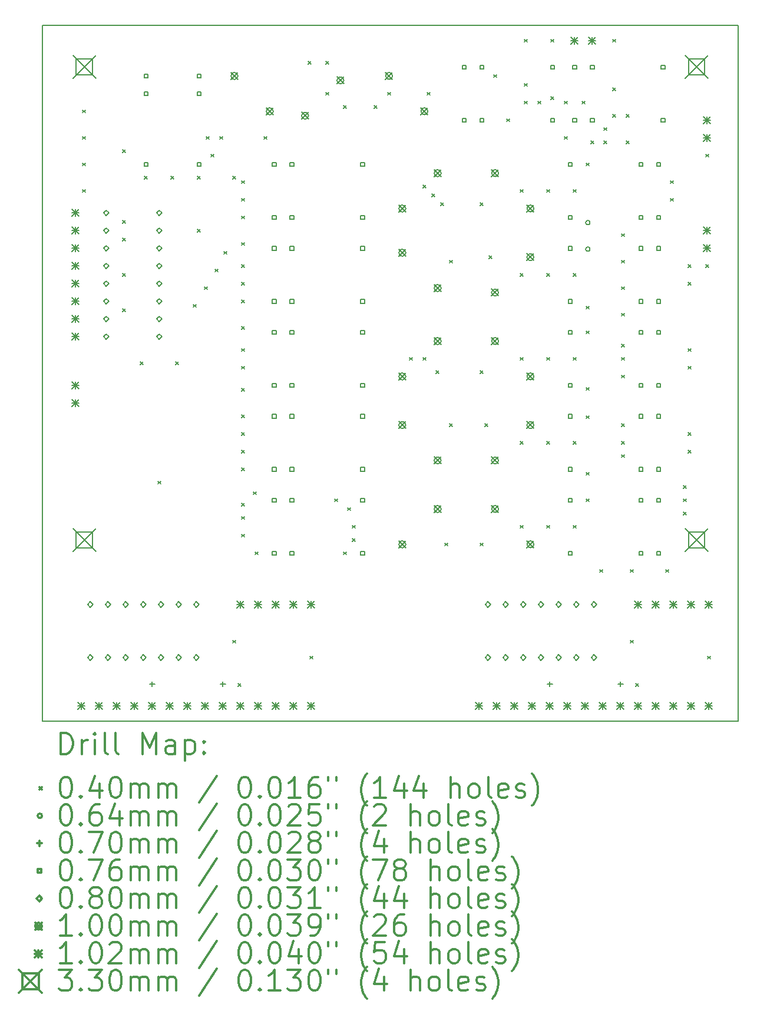
<source format=gbr>
%FSLAX45Y45*%
G04 Gerber Fmt 4.5, Leading zero omitted, Abs format (unit mm)*
G04 Created by KiCad (PCBNEW 4.0.4+e1-6308~48~ubuntu14.04.1-stable) date Tue Oct 11 14:31:38 2016*
%MOMM*%
%LPD*%
G01*
G04 APERTURE LIST*
%ADD10C,0.127000*%
%ADD11C,0.150000*%
%ADD12C,0.200000*%
%ADD13C,0.300000*%
G04 APERTURE END LIST*
D10*
D11*
X8800000Y-16000000D02*
X8800000Y-6000000D01*
X18800000Y-16000000D02*
X8800000Y-16000000D01*
X18800000Y-6000000D02*
X18800000Y-16000000D01*
X8800000Y-6000000D02*
X18800000Y-6000000D01*
D12*
X9378000Y-7219000D02*
X9418000Y-7259000D01*
X9418000Y-7219000D02*
X9378000Y-7259000D01*
X9378000Y-7600000D02*
X9418000Y-7640000D01*
X9418000Y-7600000D02*
X9378000Y-7640000D01*
X9378000Y-7981000D02*
X9418000Y-8021000D01*
X9418000Y-7981000D02*
X9378000Y-8021000D01*
X9378000Y-8362000D02*
X9418000Y-8402000D01*
X9418000Y-8362000D02*
X9378000Y-8402000D01*
X9949500Y-7790500D02*
X9989500Y-7830500D01*
X9989500Y-7790500D02*
X9949500Y-7830500D01*
X9949500Y-8806500D02*
X9989500Y-8846500D01*
X9989500Y-8806500D02*
X9949500Y-8846500D01*
X9949500Y-9060500D02*
X9989500Y-9100500D01*
X9989500Y-9060500D02*
X9949500Y-9100500D01*
X9949500Y-9568500D02*
X9989500Y-9608500D01*
X9989500Y-9568500D02*
X9949500Y-9608500D01*
X9949500Y-10076500D02*
X9989500Y-10116500D01*
X9989500Y-10076500D02*
X9949500Y-10116500D01*
X10203500Y-10838500D02*
X10243500Y-10878500D01*
X10243500Y-10838500D02*
X10203500Y-10878500D01*
X10267000Y-8171500D02*
X10307000Y-8211500D01*
X10307000Y-8171500D02*
X10267000Y-8211500D01*
X10457500Y-12553000D02*
X10497500Y-12593000D01*
X10497500Y-12553000D02*
X10457500Y-12593000D01*
X10648000Y-8171500D02*
X10688000Y-8211500D01*
X10688000Y-8171500D02*
X10648000Y-8211500D01*
X10711500Y-10838500D02*
X10751500Y-10878500D01*
X10751500Y-10838500D02*
X10711500Y-10878500D01*
X10965500Y-10013000D02*
X11005500Y-10053000D01*
X11005500Y-10013000D02*
X10965500Y-10053000D01*
X11029000Y-8171500D02*
X11069000Y-8211500D01*
X11069000Y-8171500D02*
X11029000Y-8211500D01*
X11029000Y-8933500D02*
X11069000Y-8973500D01*
X11069000Y-8933500D02*
X11029000Y-8973500D01*
X11130600Y-9759000D02*
X11170600Y-9799000D01*
X11170600Y-9759000D02*
X11130600Y-9799000D01*
X11156000Y-7600000D02*
X11196000Y-7640000D01*
X11196000Y-7600000D02*
X11156000Y-7640000D01*
X11219500Y-7854000D02*
X11259500Y-7894000D01*
X11259500Y-7854000D02*
X11219500Y-7894000D01*
X11283000Y-9505000D02*
X11323000Y-9545000D01*
X11323000Y-9505000D02*
X11283000Y-9545000D01*
X11346500Y-7600000D02*
X11386500Y-7640000D01*
X11386500Y-7600000D02*
X11346500Y-7640000D01*
X11410000Y-9251000D02*
X11450000Y-9291000D01*
X11450000Y-9251000D02*
X11410000Y-9291000D01*
X11537000Y-8171500D02*
X11577000Y-8211500D01*
X11577000Y-8171500D02*
X11537000Y-8211500D01*
X11537000Y-14839000D02*
X11577000Y-14879000D01*
X11577000Y-14839000D02*
X11537000Y-14879000D01*
X11613200Y-15461300D02*
X11653200Y-15501300D01*
X11653200Y-15461300D02*
X11613200Y-15501300D01*
X11664000Y-8235000D02*
X11704000Y-8275000D01*
X11704000Y-8235000D02*
X11664000Y-8275000D01*
X11664000Y-8489000D02*
X11704000Y-8529000D01*
X11704000Y-8489000D02*
X11664000Y-8529000D01*
X11664000Y-8743000D02*
X11704000Y-8783000D01*
X11704000Y-8743000D02*
X11664000Y-8783000D01*
X11664000Y-9124000D02*
X11704000Y-9164000D01*
X11704000Y-9124000D02*
X11664000Y-9164000D01*
X11664000Y-9441500D02*
X11704000Y-9481500D01*
X11704000Y-9441500D02*
X11664000Y-9481500D01*
X11664000Y-9695500D02*
X11704000Y-9735500D01*
X11704000Y-9695500D02*
X11664000Y-9735500D01*
X11664000Y-9949500D02*
X11704000Y-9989500D01*
X11704000Y-9949500D02*
X11664000Y-9989500D01*
X11664000Y-10330500D02*
X11704000Y-10370500D01*
X11704000Y-10330500D02*
X11664000Y-10370500D01*
X11664000Y-10648000D02*
X11704000Y-10688000D01*
X11704000Y-10648000D02*
X11664000Y-10688000D01*
X11664000Y-10902000D02*
X11704000Y-10942000D01*
X11704000Y-10902000D02*
X11664000Y-10942000D01*
X11664000Y-11219500D02*
X11704000Y-11259500D01*
X11704000Y-11219500D02*
X11664000Y-11259500D01*
X11664000Y-11600500D02*
X11704000Y-11640500D01*
X11704000Y-11600500D02*
X11664000Y-11640500D01*
X11664000Y-11854500D02*
X11704000Y-11894500D01*
X11704000Y-11854500D02*
X11664000Y-11894500D01*
X11664000Y-12108500D02*
X11704000Y-12148500D01*
X11704000Y-12108500D02*
X11664000Y-12148500D01*
X11664000Y-12362500D02*
X11704000Y-12402500D01*
X11704000Y-12362500D02*
X11664000Y-12402500D01*
X11664000Y-12870500D02*
X11704000Y-12910500D01*
X11704000Y-12870500D02*
X11664000Y-12910500D01*
X11664000Y-13061000D02*
X11704000Y-13101000D01*
X11704000Y-13061000D02*
X11664000Y-13101000D01*
X11664000Y-13315000D02*
X11704000Y-13355000D01*
X11704000Y-13315000D02*
X11664000Y-13355000D01*
X11829100Y-12705400D02*
X11869100Y-12745400D01*
X11869100Y-12705400D02*
X11829100Y-12745400D01*
X11854500Y-13569000D02*
X11894500Y-13609000D01*
X11894500Y-13569000D02*
X11854500Y-13609000D01*
X11981500Y-7600000D02*
X12021500Y-7640000D01*
X12021500Y-7600000D02*
X11981500Y-7640000D01*
X12616500Y-6520500D02*
X12656500Y-6560500D01*
X12656500Y-6520500D02*
X12616500Y-6560500D01*
X12641900Y-15067600D02*
X12681900Y-15107600D01*
X12681900Y-15067600D02*
X12641900Y-15107600D01*
X12870500Y-6520500D02*
X12910500Y-6560500D01*
X12910500Y-6520500D02*
X12870500Y-6560500D01*
X12870500Y-6965000D02*
X12910500Y-7005000D01*
X12910500Y-6965000D02*
X12870500Y-7005000D01*
X12997500Y-12807000D02*
X13037500Y-12847000D01*
X13037500Y-12807000D02*
X12997500Y-12847000D01*
X13124500Y-7155500D02*
X13164500Y-7195500D01*
X13164500Y-7155500D02*
X13124500Y-7195500D01*
X13124500Y-13569000D02*
X13164500Y-13609000D01*
X13164500Y-13569000D02*
X13124500Y-13609000D01*
X13188000Y-12934000D02*
X13228000Y-12974000D01*
X13228000Y-12934000D02*
X13188000Y-12974000D01*
X13251500Y-13188000D02*
X13291500Y-13228000D01*
X13291500Y-13188000D02*
X13251500Y-13228000D01*
X13251500Y-13378500D02*
X13291500Y-13418500D01*
X13291500Y-13378500D02*
X13251500Y-13418500D01*
X13569000Y-7155500D02*
X13609000Y-7195500D01*
X13609000Y-7155500D02*
X13569000Y-7195500D01*
X13759500Y-6965000D02*
X13799500Y-7005000D01*
X13799500Y-6965000D02*
X13759500Y-7005000D01*
X14077000Y-10775000D02*
X14117000Y-10815000D01*
X14117000Y-10775000D02*
X14077000Y-10815000D01*
X14267500Y-8298500D02*
X14307500Y-8338500D01*
X14307500Y-8298500D02*
X14267500Y-8338500D01*
X14267500Y-10775000D02*
X14307500Y-10815000D01*
X14307500Y-10775000D02*
X14267500Y-10815000D01*
X14331000Y-6965000D02*
X14371000Y-7005000D01*
X14371000Y-6965000D02*
X14331000Y-7005000D01*
X14394500Y-8425500D02*
X14434500Y-8465500D01*
X14434500Y-8425500D02*
X14394500Y-8465500D01*
X14458000Y-10965500D02*
X14498000Y-11005500D01*
X14498000Y-10965500D02*
X14458000Y-11005500D01*
X14521500Y-8552500D02*
X14561500Y-8592500D01*
X14561500Y-8552500D02*
X14521500Y-8592500D01*
X14585000Y-13442000D02*
X14625000Y-13482000D01*
X14625000Y-13442000D02*
X14585000Y-13482000D01*
X14648500Y-9378000D02*
X14688500Y-9418000D01*
X14688500Y-9378000D02*
X14648500Y-9418000D01*
X14648500Y-11727500D02*
X14688500Y-11767500D01*
X14688500Y-11727500D02*
X14648500Y-11767500D01*
X15093000Y-8552500D02*
X15133000Y-8592500D01*
X15133000Y-8552500D02*
X15093000Y-8592500D01*
X15093000Y-10965500D02*
X15133000Y-11005500D01*
X15133000Y-10965500D02*
X15093000Y-11005500D01*
X15093000Y-13442000D02*
X15133000Y-13482000D01*
X15133000Y-13442000D02*
X15093000Y-13482000D01*
X15156500Y-11727500D02*
X15196500Y-11767500D01*
X15196500Y-11727500D02*
X15156500Y-11767500D01*
X15220000Y-9314500D02*
X15260000Y-9354500D01*
X15260000Y-9314500D02*
X15220000Y-9354500D01*
X15283500Y-6711000D02*
X15323500Y-6751000D01*
X15323500Y-6711000D02*
X15283500Y-6751000D01*
X15474000Y-7346000D02*
X15514000Y-7386000D01*
X15514000Y-7346000D02*
X15474000Y-7386000D01*
X15664500Y-8362000D02*
X15704500Y-8402000D01*
X15704500Y-8362000D02*
X15664500Y-8402000D01*
X15664500Y-9568500D02*
X15704500Y-9608500D01*
X15704500Y-9568500D02*
X15664500Y-9608500D01*
X15664500Y-10775000D02*
X15704500Y-10815000D01*
X15704500Y-10775000D02*
X15664500Y-10815000D01*
X15664500Y-11981500D02*
X15704500Y-12021500D01*
X15704500Y-11981500D02*
X15664500Y-12021500D01*
X15664500Y-13188000D02*
X15704500Y-13228000D01*
X15704500Y-13188000D02*
X15664500Y-13228000D01*
X15728000Y-6203000D02*
X15768000Y-6243000D01*
X15768000Y-6203000D02*
X15728000Y-6243000D01*
X15728000Y-6838000D02*
X15768000Y-6878000D01*
X15768000Y-6838000D02*
X15728000Y-6878000D01*
X15728000Y-7092000D02*
X15768000Y-7132000D01*
X15768000Y-7092000D02*
X15728000Y-7132000D01*
X15918500Y-7092000D02*
X15958500Y-7132000D01*
X15958500Y-7092000D02*
X15918500Y-7132000D01*
X16045500Y-8362000D02*
X16085500Y-8402000D01*
X16085500Y-8362000D02*
X16045500Y-8402000D01*
X16045500Y-9568500D02*
X16085500Y-9608500D01*
X16085500Y-9568500D02*
X16045500Y-9608500D01*
X16045500Y-10775000D02*
X16085500Y-10815000D01*
X16085500Y-10775000D02*
X16045500Y-10815000D01*
X16045500Y-11981500D02*
X16085500Y-12021500D01*
X16085500Y-11981500D02*
X16045500Y-12021500D01*
X16045500Y-13188000D02*
X16085500Y-13228000D01*
X16085500Y-13188000D02*
X16045500Y-13228000D01*
X16109000Y-6203000D02*
X16149000Y-6243000D01*
X16149000Y-6203000D02*
X16109000Y-6243000D01*
X16109000Y-7028500D02*
X16149000Y-7068500D01*
X16149000Y-7028500D02*
X16109000Y-7068500D01*
X16299500Y-7092000D02*
X16339500Y-7132000D01*
X16339500Y-7092000D02*
X16299500Y-7132000D01*
X16299500Y-7600000D02*
X16339500Y-7640000D01*
X16339500Y-7600000D02*
X16299500Y-7640000D01*
X16426500Y-8362000D02*
X16466500Y-8402000D01*
X16466500Y-8362000D02*
X16426500Y-8402000D01*
X16426500Y-9568500D02*
X16466500Y-9608500D01*
X16466500Y-9568500D02*
X16426500Y-9608500D01*
X16426500Y-10775000D02*
X16466500Y-10815000D01*
X16466500Y-10775000D02*
X16426500Y-10815000D01*
X16426500Y-11981500D02*
X16466500Y-12021500D01*
X16466500Y-11981500D02*
X16426500Y-12021500D01*
X16426500Y-13188000D02*
X16466500Y-13228000D01*
X16466500Y-13188000D02*
X16426500Y-13228000D01*
X16553500Y-7092000D02*
X16593500Y-7132000D01*
X16593500Y-7092000D02*
X16553500Y-7132000D01*
X16617000Y-7981000D02*
X16657000Y-8021000D01*
X16657000Y-7981000D02*
X16617000Y-8021000D01*
X16617000Y-10038400D02*
X16657000Y-10078400D01*
X16657000Y-10038400D02*
X16617000Y-10078400D01*
X16617000Y-10394000D02*
X16657000Y-10434000D01*
X16657000Y-10394000D02*
X16617000Y-10434000D01*
X16617000Y-11206800D02*
X16657000Y-11246800D01*
X16657000Y-11206800D02*
X16617000Y-11246800D01*
X16617000Y-11613200D02*
X16657000Y-11653200D01*
X16657000Y-11613200D02*
X16617000Y-11653200D01*
X16617000Y-12426000D02*
X16657000Y-12466000D01*
X16657000Y-12426000D02*
X16617000Y-12466000D01*
X16617000Y-12807000D02*
X16657000Y-12847000D01*
X16657000Y-12807000D02*
X16617000Y-12847000D01*
X16680500Y-7663500D02*
X16720500Y-7703500D01*
X16720500Y-7663500D02*
X16680500Y-7703500D01*
X16807500Y-13823000D02*
X16847500Y-13863000D01*
X16847500Y-13823000D02*
X16807500Y-13863000D01*
X16871000Y-7473000D02*
X16911000Y-7513000D01*
X16911000Y-7473000D02*
X16871000Y-7513000D01*
X16871000Y-7663500D02*
X16911000Y-7703500D01*
X16911000Y-7663500D02*
X16871000Y-7703500D01*
X16998000Y-6203000D02*
X17038000Y-6243000D01*
X17038000Y-6203000D02*
X16998000Y-6243000D01*
X16998000Y-6901500D02*
X17038000Y-6941500D01*
X17038000Y-6901500D02*
X16998000Y-6941500D01*
X16998000Y-7282500D02*
X17038000Y-7322500D01*
X17038000Y-7282500D02*
X16998000Y-7322500D01*
X17125000Y-8997000D02*
X17165000Y-9037000D01*
X17165000Y-8997000D02*
X17125000Y-9037000D01*
X17125000Y-9378000D02*
X17165000Y-9418000D01*
X17165000Y-9378000D02*
X17125000Y-9418000D01*
X17125000Y-9759000D02*
X17165000Y-9799000D01*
X17165000Y-9759000D02*
X17125000Y-9799000D01*
X17125000Y-10140000D02*
X17165000Y-10180000D01*
X17165000Y-10140000D02*
X17125000Y-10180000D01*
X17125000Y-10584500D02*
X17165000Y-10624500D01*
X17165000Y-10584500D02*
X17125000Y-10624500D01*
X17125000Y-10775000D02*
X17165000Y-10815000D01*
X17165000Y-10775000D02*
X17125000Y-10815000D01*
X17125000Y-11029000D02*
X17165000Y-11069000D01*
X17165000Y-11029000D02*
X17125000Y-11069000D01*
X17125000Y-11727500D02*
X17165000Y-11767500D01*
X17165000Y-11727500D02*
X17125000Y-11767500D01*
X17125000Y-11981500D02*
X17165000Y-12021500D01*
X17165000Y-11981500D02*
X17125000Y-12021500D01*
X17125000Y-12172000D02*
X17165000Y-12212000D01*
X17165000Y-12172000D02*
X17125000Y-12212000D01*
X17188500Y-7282500D02*
X17228500Y-7322500D01*
X17228500Y-7282500D02*
X17188500Y-7322500D01*
X17188500Y-7663500D02*
X17228500Y-7703500D01*
X17228500Y-7663500D02*
X17188500Y-7703500D01*
X17252000Y-13823000D02*
X17292000Y-13863000D01*
X17292000Y-13823000D02*
X17252000Y-13863000D01*
X17252000Y-14839000D02*
X17292000Y-14879000D01*
X17292000Y-14839000D02*
X17252000Y-14879000D01*
X17328200Y-15461300D02*
X17368200Y-15501300D01*
X17368200Y-15461300D02*
X17328200Y-15501300D01*
X17760000Y-13823000D02*
X17800000Y-13863000D01*
X17800000Y-13823000D02*
X17760000Y-13863000D01*
X17823500Y-8235000D02*
X17863500Y-8275000D01*
X17863500Y-8235000D02*
X17823500Y-8275000D01*
X17823500Y-8489000D02*
X17863500Y-8529000D01*
X17863500Y-8489000D02*
X17823500Y-8529000D01*
X18014000Y-12616500D02*
X18054000Y-12656500D01*
X18054000Y-12616500D02*
X18014000Y-12656500D01*
X18014000Y-12807000D02*
X18054000Y-12847000D01*
X18054000Y-12807000D02*
X18014000Y-12847000D01*
X18014000Y-12997500D02*
X18054000Y-13037500D01*
X18054000Y-12997500D02*
X18014000Y-13037500D01*
X18077500Y-9441500D02*
X18117500Y-9481500D01*
X18117500Y-9441500D02*
X18077500Y-9481500D01*
X18077500Y-9695500D02*
X18117500Y-9735500D01*
X18117500Y-9695500D02*
X18077500Y-9735500D01*
X18077500Y-10648000D02*
X18117500Y-10688000D01*
X18117500Y-10648000D02*
X18077500Y-10688000D01*
X18077500Y-10902000D02*
X18117500Y-10942000D01*
X18117500Y-10902000D02*
X18077500Y-10942000D01*
X18077500Y-11854500D02*
X18117500Y-11894500D01*
X18117500Y-11854500D02*
X18077500Y-11894500D01*
X18077500Y-12108500D02*
X18117500Y-12148500D01*
X18117500Y-12108500D02*
X18077500Y-12148500D01*
X18331500Y-7854000D02*
X18371500Y-7894000D01*
X18371500Y-7854000D02*
X18331500Y-7894000D01*
X18331500Y-9441500D02*
X18371500Y-9481500D01*
X18371500Y-9441500D02*
X18331500Y-9481500D01*
X18356900Y-15067600D02*
X18396900Y-15107600D01*
X18396900Y-15067600D02*
X18356900Y-15107600D01*
X16668750Y-8839200D02*
G75*
G03X16668750Y-8839200I-31750J0D01*
G01*
X16668750Y-9220200D02*
G75*
G03X16668750Y-9220200I-31750J0D01*
G01*
X10375952Y-15433294D02*
X10375952Y-15503398D01*
X10340900Y-15468346D02*
X10411004Y-15468346D01*
X11391952Y-15433294D02*
X11391952Y-15503398D01*
X11356900Y-15468346D02*
X11427004Y-15468346D01*
X16090952Y-15433294D02*
X16090952Y-15503398D01*
X16055900Y-15468346D02*
X16126004Y-15468346D01*
X17106952Y-15433294D02*
X17106952Y-15503398D01*
X17071900Y-15468346D02*
X17142004Y-15468346D01*
X10313941Y-6757941D02*
X10313941Y-6704059D01*
X10260059Y-6704059D01*
X10260059Y-6757941D01*
X10313941Y-6757941D01*
X10313941Y-7011941D02*
X10313941Y-6958059D01*
X10260059Y-6958059D01*
X10260059Y-7011941D01*
X10313941Y-7011941D01*
X10313941Y-8027941D02*
X10313941Y-7974059D01*
X10260059Y-7974059D01*
X10260059Y-8027941D01*
X10313941Y-8027941D01*
X11075941Y-6757941D02*
X11075941Y-6704059D01*
X11022059Y-6704059D01*
X11022059Y-6757941D01*
X11075941Y-6757941D01*
X11075941Y-7011941D02*
X11075941Y-6958059D01*
X11022059Y-6958059D01*
X11022059Y-7011941D01*
X11075941Y-7011941D01*
X11075941Y-8027941D02*
X11075941Y-7974059D01*
X11022059Y-7974059D01*
X11022059Y-8027941D01*
X11075941Y-8027941D01*
X12155441Y-8027941D02*
X12155441Y-7974059D01*
X12101559Y-7974059D01*
X12101559Y-8027941D01*
X12155441Y-8027941D01*
X12155441Y-8789941D02*
X12155441Y-8736059D01*
X12101559Y-8736059D01*
X12101559Y-8789941D01*
X12155441Y-8789941D01*
X12155441Y-9234441D02*
X12155441Y-9180559D01*
X12101559Y-9180559D01*
X12101559Y-9234441D01*
X12155441Y-9234441D01*
X12155441Y-9996441D02*
X12155441Y-9942559D01*
X12101559Y-9942559D01*
X12101559Y-9996441D01*
X12155441Y-9996441D01*
X12155441Y-10440941D02*
X12155441Y-10387059D01*
X12101559Y-10387059D01*
X12101559Y-10440941D01*
X12155441Y-10440941D01*
X12155441Y-11202941D02*
X12155441Y-11149059D01*
X12101559Y-11149059D01*
X12101559Y-11202941D01*
X12155441Y-11202941D01*
X12155441Y-11647441D02*
X12155441Y-11593559D01*
X12101559Y-11593559D01*
X12101559Y-11647441D01*
X12155441Y-11647441D01*
X12155441Y-12409441D02*
X12155441Y-12355559D01*
X12101559Y-12355559D01*
X12101559Y-12409441D01*
X12155441Y-12409441D01*
X12155441Y-12853941D02*
X12155441Y-12800059D01*
X12101559Y-12800059D01*
X12101559Y-12853941D01*
X12155441Y-12853941D01*
X12155441Y-13615941D02*
X12155441Y-13562059D01*
X12101559Y-13562059D01*
X12101559Y-13615941D01*
X12155441Y-13615941D01*
X12409441Y-8027941D02*
X12409441Y-7974059D01*
X12355559Y-7974059D01*
X12355559Y-8027941D01*
X12409441Y-8027941D01*
X12409441Y-8789941D02*
X12409441Y-8736059D01*
X12355559Y-8736059D01*
X12355559Y-8789941D01*
X12409441Y-8789941D01*
X12409441Y-9234441D02*
X12409441Y-9180559D01*
X12355559Y-9180559D01*
X12355559Y-9234441D01*
X12409441Y-9234441D01*
X12409441Y-9996441D02*
X12409441Y-9942559D01*
X12355559Y-9942559D01*
X12355559Y-9996441D01*
X12409441Y-9996441D01*
X12409441Y-10440941D02*
X12409441Y-10387059D01*
X12355559Y-10387059D01*
X12355559Y-10440941D01*
X12409441Y-10440941D01*
X12409441Y-11202941D02*
X12409441Y-11149059D01*
X12355559Y-11149059D01*
X12355559Y-11202941D01*
X12409441Y-11202941D01*
X12409441Y-11647441D02*
X12409441Y-11593559D01*
X12355559Y-11593559D01*
X12355559Y-11647441D01*
X12409441Y-11647441D01*
X12409441Y-12409441D02*
X12409441Y-12355559D01*
X12355559Y-12355559D01*
X12355559Y-12409441D01*
X12409441Y-12409441D01*
X12409441Y-12853941D02*
X12409441Y-12800059D01*
X12355559Y-12800059D01*
X12355559Y-12853941D01*
X12409441Y-12853941D01*
X12409441Y-13615941D02*
X12409441Y-13562059D01*
X12355559Y-13562059D01*
X12355559Y-13615941D01*
X12409441Y-13615941D01*
X13425441Y-8027941D02*
X13425441Y-7974059D01*
X13371559Y-7974059D01*
X13371559Y-8027941D01*
X13425441Y-8027941D01*
X13425441Y-8789941D02*
X13425441Y-8736059D01*
X13371559Y-8736059D01*
X13371559Y-8789941D01*
X13425441Y-8789941D01*
X13425441Y-9234441D02*
X13425441Y-9180559D01*
X13371559Y-9180559D01*
X13371559Y-9234441D01*
X13425441Y-9234441D01*
X13425441Y-9996441D02*
X13425441Y-9942559D01*
X13371559Y-9942559D01*
X13371559Y-9996441D01*
X13425441Y-9996441D01*
X13425441Y-10440941D02*
X13425441Y-10387059D01*
X13371559Y-10387059D01*
X13371559Y-10440941D01*
X13425441Y-10440941D01*
X13425441Y-11202941D02*
X13425441Y-11149059D01*
X13371559Y-11149059D01*
X13371559Y-11202941D01*
X13425441Y-11202941D01*
X13425441Y-11647441D02*
X13425441Y-11593559D01*
X13371559Y-11593559D01*
X13371559Y-11647441D01*
X13425441Y-11647441D01*
X13425441Y-12409441D02*
X13425441Y-12355559D01*
X13371559Y-12355559D01*
X13371559Y-12409441D01*
X13425441Y-12409441D01*
X13425441Y-12853941D02*
X13425441Y-12800059D01*
X13371559Y-12800059D01*
X13371559Y-12853941D01*
X13425441Y-12853941D01*
X13425441Y-13615941D02*
X13425441Y-13562059D01*
X13371559Y-13562059D01*
X13371559Y-13615941D01*
X13425441Y-13615941D01*
X14885941Y-6630941D02*
X14885941Y-6577059D01*
X14832059Y-6577059D01*
X14832059Y-6630941D01*
X14885941Y-6630941D01*
X14885941Y-7392941D02*
X14885941Y-7339059D01*
X14832059Y-7339059D01*
X14832059Y-7392941D01*
X14885941Y-7392941D01*
X15139941Y-6630941D02*
X15139941Y-6577059D01*
X15086059Y-6577059D01*
X15086059Y-6630941D01*
X15139941Y-6630941D01*
X15139941Y-7392941D02*
X15139941Y-7339059D01*
X15086059Y-7339059D01*
X15086059Y-7392941D01*
X15139941Y-7392941D01*
X16155941Y-6630941D02*
X16155941Y-6577059D01*
X16102059Y-6577059D01*
X16102059Y-6630941D01*
X16155941Y-6630941D01*
X16155941Y-7392941D02*
X16155941Y-7339059D01*
X16102059Y-7339059D01*
X16102059Y-7392941D01*
X16155941Y-7392941D01*
X16409941Y-8027941D02*
X16409941Y-7974059D01*
X16356059Y-7974059D01*
X16356059Y-8027941D01*
X16409941Y-8027941D01*
X16409941Y-8789941D02*
X16409941Y-8736059D01*
X16356059Y-8736059D01*
X16356059Y-8789941D01*
X16409941Y-8789941D01*
X16409941Y-9234441D02*
X16409941Y-9180559D01*
X16356059Y-9180559D01*
X16356059Y-9234441D01*
X16409941Y-9234441D01*
X16409941Y-9996441D02*
X16409941Y-9942559D01*
X16356059Y-9942559D01*
X16356059Y-9996441D01*
X16409941Y-9996441D01*
X16409941Y-10440941D02*
X16409941Y-10387059D01*
X16356059Y-10387059D01*
X16356059Y-10440941D01*
X16409941Y-10440941D01*
X16409941Y-11202941D02*
X16409941Y-11149059D01*
X16356059Y-11149059D01*
X16356059Y-11202941D01*
X16409941Y-11202941D01*
X16409941Y-11647441D02*
X16409941Y-11593559D01*
X16356059Y-11593559D01*
X16356059Y-11647441D01*
X16409941Y-11647441D01*
X16409941Y-12409441D02*
X16409941Y-12355559D01*
X16356059Y-12355559D01*
X16356059Y-12409441D01*
X16409941Y-12409441D01*
X16409941Y-12853941D02*
X16409941Y-12800059D01*
X16356059Y-12800059D01*
X16356059Y-12853941D01*
X16409941Y-12853941D01*
X16409941Y-13615941D02*
X16409941Y-13562059D01*
X16356059Y-13562059D01*
X16356059Y-13615941D01*
X16409941Y-13615941D01*
X16473441Y-6630941D02*
X16473441Y-6577059D01*
X16419559Y-6577059D01*
X16419559Y-6630941D01*
X16473441Y-6630941D01*
X16473441Y-7392941D02*
X16473441Y-7339059D01*
X16419559Y-7339059D01*
X16419559Y-7392941D01*
X16473441Y-7392941D01*
X16727441Y-6630941D02*
X16727441Y-6577059D01*
X16673559Y-6577059D01*
X16673559Y-6630941D01*
X16727441Y-6630941D01*
X16727441Y-7392941D02*
X16727441Y-7339059D01*
X16673559Y-7339059D01*
X16673559Y-7392941D01*
X16727441Y-7392941D01*
X17425941Y-8027941D02*
X17425941Y-7974059D01*
X17372059Y-7974059D01*
X17372059Y-8027941D01*
X17425941Y-8027941D01*
X17425941Y-8789941D02*
X17425941Y-8736059D01*
X17372059Y-8736059D01*
X17372059Y-8789941D01*
X17425941Y-8789941D01*
X17425941Y-9234441D02*
X17425941Y-9180559D01*
X17372059Y-9180559D01*
X17372059Y-9234441D01*
X17425941Y-9234441D01*
X17425941Y-9996441D02*
X17425941Y-9942559D01*
X17372059Y-9942559D01*
X17372059Y-9996441D01*
X17425941Y-9996441D01*
X17425941Y-10440941D02*
X17425941Y-10387059D01*
X17372059Y-10387059D01*
X17372059Y-10440941D01*
X17425941Y-10440941D01*
X17425941Y-11202941D02*
X17425941Y-11149059D01*
X17372059Y-11149059D01*
X17372059Y-11202941D01*
X17425941Y-11202941D01*
X17425941Y-11647441D02*
X17425941Y-11593559D01*
X17372059Y-11593559D01*
X17372059Y-11647441D01*
X17425941Y-11647441D01*
X17425941Y-12409441D02*
X17425941Y-12355559D01*
X17372059Y-12355559D01*
X17372059Y-12409441D01*
X17425941Y-12409441D01*
X17425941Y-12853941D02*
X17425941Y-12800059D01*
X17372059Y-12800059D01*
X17372059Y-12853941D01*
X17425941Y-12853941D01*
X17425941Y-13615941D02*
X17425941Y-13562059D01*
X17372059Y-13562059D01*
X17372059Y-13615941D01*
X17425941Y-13615941D01*
X17679941Y-8027941D02*
X17679941Y-7974059D01*
X17626059Y-7974059D01*
X17626059Y-8027941D01*
X17679941Y-8027941D01*
X17679941Y-8789941D02*
X17679941Y-8736059D01*
X17626059Y-8736059D01*
X17626059Y-8789941D01*
X17679941Y-8789941D01*
X17679941Y-9234441D02*
X17679941Y-9180559D01*
X17626059Y-9180559D01*
X17626059Y-9234441D01*
X17679941Y-9234441D01*
X17679941Y-9996441D02*
X17679941Y-9942559D01*
X17626059Y-9942559D01*
X17626059Y-9996441D01*
X17679941Y-9996441D01*
X17679941Y-10440941D02*
X17679941Y-10387059D01*
X17626059Y-10387059D01*
X17626059Y-10440941D01*
X17679941Y-10440941D01*
X17679941Y-11202941D02*
X17679941Y-11149059D01*
X17626059Y-11149059D01*
X17626059Y-11202941D01*
X17679941Y-11202941D01*
X17679941Y-11647441D02*
X17679941Y-11593559D01*
X17626059Y-11593559D01*
X17626059Y-11647441D01*
X17679941Y-11647441D01*
X17679941Y-12409441D02*
X17679941Y-12355559D01*
X17626059Y-12355559D01*
X17626059Y-12409441D01*
X17679941Y-12409441D01*
X17679941Y-12853941D02*
X17679941Y-12800059D01*
X17626059Y-12800059D01*
X17626059Y-12853941D01*
X17679941Y-12853941D01*
X17679941Y-13615941D02*
X17679941Y-13562059D01*
X17626059Y-13562059D01*
X17626059Y-13615941D01*
X17679941Y-13615941D01*
X17743441Y-6630941D02*
X17743441Y-6577059D01*
X17689559Y-6577059D01*
X17689559Y-6630941D01*
X17743441Y-6630941D01*
X17743441Y-7392941D02*
X17743441Y-7339059D01*
X17689559Y-7339059D01*
X17689559Y-7392941D01*
X17743441Y-7392941D01*
X9486900Y-14365600D02*
X9526900Y-14325600D01*
X9486900Y-14285600D01*
X9446900Y-14325600D01*
X9486900Y-14365600D01*
X9486900Y-15127600D02*
X9526900Y-15087600D01*
X9486900Y-15047600D01*
X9446900Y-15087600D01*
X9486900Y-15127600D01*
X9715500Y-8739500D02*
X9755500Y-8699500D01*
X9715500Y-8659500D01*
X9675500Y-8699500D01*
X9715500Y-8739500D01*
X9715500Y-8993500D02*
X9755500Y-8953500D01*
X9715500Y-8913500D01*
X9675500Y-8953500D01*
X9715500Y-8993500D01*
X9715500Y-9247500D02*
X9755500Y-9207500D01*
X9715500Y-9167500D01*
X9675500Y-9207500D01*
X9715500Y-9247500D01*
X9715500Y-9501500D02*
X9755500Y-9461500D01*
X9715500Y-9421500D01*
X9675500Y-9461500D01*
X9715500Y-9501500D01*
X9715500Y-9755500D02*
X9755500Y-9715500D01*
X9715500Y-9675500D01*
X9675500Y-9715500D01*
X9715500Y-9755500D01*
X9715500Y-10009500D02*
X9755500Y-9969500D01*
X9715500Y-9929500D01*
X9675500Y-9969500D01*
X9715500Y-10009500D01*
X9715500Y-10263500D02*
X9755500Y-10223500D01*
X9715500Y-10183500D01*
X9675500Y-10223500D01*
X9715500Y-10263500D01*
X9715500Y-10517500D02*
X9755500Y-10477500D01*
X9715500Y-10437500D01*
X9675500Y-10477500D01*
X9715500Y-10517500D01*
X9740900Y-14365600D02*
X9780900Y-14325600D01*
X9740900Y-14285600D01*
X9700900Y-14325600D01*
X9740900Y-14365600D01*
X9740900Y-15127600D02*
X9780900Y-15087600D01*
X9740900Y-15047600D01*
X9700900Y-15087600D01*
X9740900Y-15127600D01*
X9994900Y-14365600D02*
X10034900Y-14325600D01*
X9994900Y-14285600D01*
X9954900Y-14325600D01*
X9994900Y-14365600D01*
X9994900Y-15127600D02*
X10034900Y-15087600D01*
X9994900Y-15047600D01*
X9954900Y-15087600D01*
X9994900Y-15127600D01*
X10248900Y-14365600D02*
X10288900Y-14325600D01*
X10248900Y-14285600D01*
X10208900Y-14325600D01*
X10248900Y-14365600D01*
X10248900Y-15127600D02*
X10288900Y-15087600D01*
X10248900Y-15047600D01*
X10208900Y-15087600D01*
X10248900Y-15127600D01*
X10477500Y-8739500D02*
X10517500Y-8699500D01*
X10477500Y-8659500D01*
X10437500Y-8699500D01*
X10477500Y-8739500D01*
X10477500Y-8993500D02*
X10517500Y-8953500D01*
X10477500Y-8913500D01*
X10437500Y-8953500D01*
X10477500Y-8993500D01*
X10477500Y-9247500D02*
X10517500Y-9207500D01*
X10477500Y-9167500D01*
X10437500Y-9207500D01*
X10477500Y-9247500D01*
X10477500Y-9501500D02*
X10517500Y-9461500D01*
X10477500Y-9421500D01*
X10437500Y-9461500D01*
X10477500Y-9501500D01*
X10477500Y-9755500D02*
X10517500Y-9715500D01*
X10477500Y-9675500D01*
X10437500Y-9715500D01*
X10477500Y-9755500D01*
X10477500Y-10009500D02*
X10517500Y-9969500D01*
X10477500Y-9929500D01*
X10437500Y-9969500D01*
X10477500Y-10009500D01*
X10477500Y-10263500D02*
X10517500Y-10223500D01*
X10477500Y-10183500D01*
X10437500Y-10223500D01*
X10477500Y-10263500D01*
X10477500Y-10517500D02*
X10517500Y-10477500D01*
X10477500Y-10437500D01*
X10437500Y-10477500D01*
X10477500Y-10517500D01*
X10502900Y-14365600D02*
X10542900Y-14325600D01*
X10502900Y-14285600D01*
X10462900Y-14325600D01*
X10502900Y-14365600D01*
X10502900Y-15127600D02*
X10542900Y-15087600D01*
X10502900Y-15047600D01*
X10462900Y-15087600D01*
X10502900Y-15127600D01*
X10756900Y-14365600D02*
X10796900Y-14325600D01*
X10756900Y-14285600D01*
X10716900Y-14325600D01*
X10756900Y-14365600D01*
X10756900Y-15127600D02*
X10796900Y-15087600D01*
X10756900Y-15047600D01*
X10716900Y-15087600D01*
X10756900Y-15127600D01*
X11010900Y-14365600D02*
X11050900Y-14325600D01*
X11010900Y-14285600D01*
X10970900Y-14325600D01*
X11010900Y-14365600D01*
X11010900Y-15127600D02*
X11050900Y-15087600D01*
X11010900Y-15047600D01*
X10970900Y-15087600D01*
X11010900Y-15127600D01*
X15201900Y-14365600D02*
X15241900Y-14325600D01*
X15201900Y-14285600D01*
X15161900Y-14325600D01*
X15201900Y-14365600D01*
X15201900Y-15127600D02*
X15241900Y-15087600D01*
X15201900Y-15047600D01*
X15161900Y-15087600D01*
X15201900Y-15127600D01*
X15455900Y-14365600D02*
X15495900Y-14325600D01*
X15455900Y-14285600D01*
X15415900Y-14325600D01*
X15455900Y-14365600D01*
X15455900Y-15127600D02*
X15495900Y-15087600D01*
X15455900Y-15047600D01*
X15415900Y-15087600D01*
X15455900Y-15127600D01*
X15709900Y-14365600D02*
X15749900Y-14325600D01*
X15709900Y-14285600D01*
X15669900Y-14325600D01*
X15709900Y-14365600D01*
X15709900Y-15127600D02*
X15749900Y-15087600D01*
X15709900Y-15047600D01*
X15669900Y-15087600D01*
X15709900Y-15127600D01*
X15963900Y-14365600D02*
X16003900Y-14325600D01*
X15963900Y-14285600D01*
X15923900Y-14325600D01*
X15963900Y-14365600D01*
X15963900Y-15127600D02*
X16003900Y-15087600D01*
X15963900Y-15047600D01*
X15923900Y-15087600D01*
X15963900Y-15127600D01*
X16217900Y-14365600D02*
X16257900Y-14325600D01*
X16217900Y-14285600D01*
X16177900Y-14325600D01*
X16217900Y-14365600D01*
X16217900Y-15127600D02*
X16257900Y-15087600D01*
X16217900Y-15047600D01*
X16177900Y-15087600D01*
X16217900Y-15127600D01*
X16471900Y-14365600D02*
X16511900Y-14325600D01*
X16471900Y-14285600D01*
X16431900Y-14325600D01*
X16471900Y-14365600D01*
X16471900Y-15127600D02*
X16511900Y-15087600D01*
X16471900Y-15047600D01*
X16431900Y-15087600D01*
X16471900Y-15127600D01*
X16725900Y-14365600D02*
X16765900Y-14325600D01*
X16725900Y-14285600D01*
X16685900Y-14325600D01*
X16725900Y-14365600D01*
X16725900Y-15127600D02*
X16765900Y-15087600D01*
X16725900Y-15047600D01*
X16685900Y-15087600D01*
X16725900Y-15127600D01*
X11506962Y-6680962D02*
X11607038Y-6781038D01*
X11607038Y-6680962D02*
X11506962Y-6781038D01*
X11607038Y-6731000D02*
G75*
G03X11607038Y-6731000I-50038J0D01*
G01*
X12014962Y-7188962D02*
X12115038Y-7289038D01*
X12115038Y-7188962D02*
X12014962Y-7289038D01*
X12115038Y-7239000D02*
G75*
G03X12115038Y-7239000I-50038J0D01*
G01*
X12522962Y-7252462D02*
X12623038Y-7352538D01*
X12623038Y-7252462D02*
X12522962Y-7352538D01*
X12623038Y-7302500D02*
G75*
G03X12623038Y-7302500I-50038J0D01*
G01*
X13030962Y-6744462D02*
X13131038Y-6844538D01*
X13131038Y-6744462D02*
X13030962Y-6844538D01*
X13131038Y-6794500D02*
G75*
G03X13131038Y-6794500I-50038J0D01*
G01*
X13729462Y-6680962D02*
X13829538Y-6781038D01*
X13829538Y-6680962D02*
X13729462Y-6781038D01*
X13829538Y-6731000D02*
G75*
G03X13829538Y-6731000I-50038J0D01*
G01*
X13919962Y-8585962D02*
X14020038Y-8686038D01*
X14020038Y-8585962D02*
X13919962Y-8686038D01*
X14020038Y-8636000D02*
G75*
G03X14020038Y-8636000I-50038J0D01*
G01*
X13919962Y-9220962D02*
X14020038Y-9321038D01*
X14020038Y-9220962D02*
X13919962Y-9321038D01*
X14020038Y-9271000D02*
G75*
G03X14020038Y-9271000I-50038J0D01*
G01*
X13919962Y-10998962D02*
X14020038Y-11099038D01*
X14020038Y-10998962D02*
X13919962Y-11099038D01*
X14020038Y-11049000D02*
G75*
G03X14020038Y-11049000I-50038J0D01*
G01*
X13919962Y-11697462D02*
X14020038Y-11797538D01*
X14020038Y-11697462D02*
X13919962Y-11797538D01*
X14020038Y-11747500D02*
G75*
G03X14020038Y-11747500I-50038J0D01*
G01*
X13919962Y-13411962D02*
X14020038Y-13512038D01*
X14020038Y-13411962D02*
X13919962Y-13512038D01*
X14020038Y-13462000D02*
G75*
G03X14020038Y-13462000I-50038J0D01*
G01*
X14237462Y-7188962D02*
X14337538Y-7289038D01*
X14337538Y-7188962D02*
X14237462Y-7289038D01*
X14337538Y-7239000D02*
G75*
G03X14337538Y-7239000I-50038J0D01*
G01*
X14427962Y-8077962D02*
X14528038Y-8178038D01*
X14528038Y-8077962D02*
X14427962Y-8178038D01*
X14528038Y-8128000D02*
G75*
G03X14528038Y-8128000I-50038J0D01*
G01*
X14427962Y-9728962D02*
X14528038Y-9829038D01*
X14528038Y-9728962D02*
X14427962Y-9829038D01*
X14528038Y-9779000D02*
G75*
G03X14528038Y-9779000I-50038J0D01*
G01*
X14427962Y-10490962D02*
X14528038Y-10591038D01*
X14528038Y-10490962D02*
X14427962Y-10591038D01*
X14528038Y-10541000D02*
G75*
G03X14528038Y-10541000I-50038J0D01*
G01*
X14427962Y-12205462D02*
X14528038Y-12305538D01*
X14528038Y-12205462D02*
X14427962Y-12305538D01*
X14528038Y-12255500D02*
G75*
G03X14528038Y-12255500I-50038J0D01*
G01*
X14427962Y-12903962D02*
X14528038Y-13004038D01*
X14528038Y-12903962D02*
X14427962Y-13004038D01*
X14528038Y-12954000D02*
G75*
G03X14528038Y-12954000I-50038J0D01*
G01*
X15253462Y-8077962D02*
X15353538Y-8178038D01*
X15353538Y-8077962D02*
X15253462Y-8178038D01*
X15353538Y-8128000D02*
G75*
G03X15353538Y-8128000I-50038J0D01*
G01*
X15253462Y-9792462D02*
X15353538Y-9892538D01*
X15353538Y-9792462D02*
X15253462Y-9892538D01*
X15353538Y-9842500D02*
G75*
G03X15353538Y-9842500I-50038J0D01*
G01*
X15253462Y-10490962D02*
X15353538Y-10591038D01*
X15353538Y-10490962D02*
X15253462Y-10591038D01*
X15353538Y-10541000D02*
G75*
G03X15353538Y-10541000I-50038J0D01*
G01*
X15253462Y-12205462D02*
X15353538Y-12305538D01*
X15353538Y-12205462D02*
X15253462Y-12305538D01*
X15353538Y-12255500D02*
G75*
G03X15353538Y-12255500I-50038J0D01*
G01*
X15253462Y-12903962D02*
X15353538Y-13004038D01*
X15353538Y-12903962D02*
X15253462Y-13004038D01*
X15353538Y-12954000D02*
G75*
G03X15353538Y-12954000I-50038J0D01*
G01*
X15761462Y-8585962D02*
X15861538Y-8686038D01*
X15861538Y-8585962D02*
X15761462Y-8686038D01*
X15861538Y-8636000D02*
G75*
G03X15861538Y-8636000I-50038J0D01*
G01*
X15761462Y-9284462D02*
X15861538Y-9384538D01*
X15861538Y-9284462D02*
X15761462Y-9384538D01*
X15861538Y-9334500D02*
G75*
G03X15861538Y-9334500I-50038J0D01*
G01*
X15761462Y-10998962D02*
X15861538Y-11099038D01*
X15861538Y-10998962D02*
X15761462Y-11099038D01*
X15861538Y-11049000D02*
G75*
G03X15861538Y-11049000I-50038J0D01*
G01*
X15761462Y-11697462D02*
X15861538Y-11797538D01*
X15861538Y-11697462D02*
X15761462Y-11797538D01*
X15861538Y-11747500D02*
G75*
G03X15861538Y-11747500I-50038J0D01*
G01*
X15761462Y-13411962D02*
X15861538Y-13512038D01*
X15861538Y-13411962D02*
X15761462Y-13512038D01*
X15861538Y-13462000D02*
G75*
G03X15861538Y-13462000I-50038J0D01*
G01*
X9220200Y-8648700D02*
X9321800Y-8750300D01*
X9321800Y-8648700D02*
X9220200Y-8750300D01*
X9271000Y-8648700D02*
X9271000Y-8750300D01*
X9220200Y-8699500D02*
X9321800Y-8699500D01*
X9220200Y-8902700D02*
X9321800Y-9004300D01*
X9321800Y-8902700D02*
X9220200Y-9004300D01*
X9271000Y-8902700D02*
X9271000Y-9004300D01*
X9220200Y-8953500D02*
X9321800Y-8953500D01*
X9220200Y-9156700D02*
X9321800Y-9258300D01*
X9321800Y-9156700D02*
X9220200Y-9258300D01*
X9271000Y-9156700D02*
X9271000Y-9258300D01*
X9220200Y-9207500D02*
X9321800Y-9207500D01*
X9220200Y-9410700D02*
X9321800Y-9512300D01*
X9321800Y-9410700D02*
X9220200Y-9512300D01*
X9271000Y-9410700D02*
X9271000Y-9512300D01*
X9220200Y-9461500D02*
X9321800Y-9461500D01*
X9220200Y-9664700D02*
X9321800Y-9766300D01*
X9321800Y-9664700D02*
X9220200Y-9766300D01*
X9271000Y-9664700D02*
X9271000Y-9766300D01*
X9220200Y-9715500D02*
X9321800Y-9715500D01*
X9220200Y-9918700D02*
X9321800Y-10020300D01*
X9321800Y-9918700D02*
X9220200Y-10020300D01*
X9271000Y-9918700D02*
X9271000Y-10020300D01*
X9220200Y-9969500D02*
X9321800Y-9969500D01*
X9220200Y-10172700D02*
X9321800Y-10274300D01*
X9321800Y-10172700D02*
X9220200Y-10274300D01*
X9271000Y-10172700D02*
X9271000Y-10274300D01*
X9220200Y-10223500D02*
X9321800Y-10223500D01*
X9220200Y-10426700D02*
X9321800Y-10528300D01*
X9321800Y-10426700D02*
X9220200Y-10528300D01*
X9271000Y-10426700D02*
X9271000Y-10528300D01*
X9220200Y-10477500D02*
X9321800Y-10477500D01*
X9220200Y-11125200D02*
X9321800Y-11226800D01*
X9321800Y-11125200D02*
X9220200Y-11226800D01*
X9271000Y-11125200D02*
X9271000Y-11226800D01*
X9220200Y-11176000D02*
X9321800Y-11176000D01*
X9220200Y-11379200D02*
X9321800Y-11480800D01*
X9321800Y-11379200D02*
X9220200Y-11480800D01*
X9271000Y-11379200D02*
X9271000Y-11480800D01*
X9220200Y-11430000D02*
X9321800Y-11430000D01*
X9309100Y-15735300D02*
X9410700Y-15836900D01*
X9410700Y-15735300D02*
X9309100Y-15836900D01*
X9359900Y-15735300D02*
X9359900Y-15836900D01*
X9309100Y-15786100D02*
X9410700Y-15786100D01*
X9563100Y-15735300D02*
X9664700Y-15836900D01*
X9664700Y-15735300D02*
X9563100Y-15836900D01*
X9613900Y-15735300D02*
X9613900Y-15836900D01*
X9563100Y-15786100D02*
X9664700Y-15786100D01*
X9817100Y-15735300D02*
X9918700Y-15836900D01*
X9918700Y-15735300D02*
X9817100Y-15836900D01*
X9867900Y-15735300D02*
X9867900Y-15836900D01*
X9817100Y-15786100D02*
X9918700Y-15786100D01*
X10071100Y-15735300D02*
X10172700Y-15836900D01*
X10172700Y-15735300D02*
X10071100Y-15836900D01*
X10121900Y-15735300D02*
X10121900Y-15836900D01*
X10071100Y-15786100D02*
X10172700Y-15786100D01*
X10325100Y-15735300D02*
X10426700Y-15836900D01*
X10426700Y-15735300D02*
X10325100Y-15836900D01*
X10375900Y-15735300D02*
X10375900Y-15836900D01*
X10325100Y-15786100D02*
X10426700Y-15786100D01*
X10579100Y-15735300D02*
X10680700Y-15836900D01*
X10680700Y-15735300D02*
X10579100Y-15836900D01*
X10629900Y-15735300D02*
X10629900Y-15836900D01*
X10579100Y-15786100D02*
X10680700Y-15786100D01*
X10833100Y-15735300D02*
X10934700Y-15836900D01*
X10934700Y-15735300D02*
X10833100Y-15836900D01*
X10883900Y-15735300D02*
X10883900Y-15836900D01*
X10833100Y-15786100D02*
X10934700Y-15786100D01*
X11087100Y-15735300D02*
X11188700Y-15836900D01*
X11188700Y-15735300D02*
X11087100Y-15836900D01*
X11137900Y-15735300D02*
X11137900Y-15836900D01*
X11087100Y-15786100D02*
X11188700Y-15786100D01*
X11341100Y-15735300D02*
X11442700Y-15836900D01*
X11442700Y-15735300D02*
X11341100Y-15836900D01*
X11391900Y-15735300D02*
X11391900Y-15836900D01*
X11341100Y-15786100D02*
X11442700Y-15786100D01*
X11595100Y-14274800D02*
X11696700Y-14376400D01*
X11696700Y-14274800D02*
X11595100Y-14376400D01*
X11645900Y-14274800D02*
X11645900Y-14376400D01*
X11595100Y-14325600D02*
X11696700Y-14325600D01*
X11595100Y-15735300D02*
X11696700Y-15836900D01*
X11696700Y-15735300D02*
X11595100Y-15836900D01*
X11645900Y-15735300D02*
X11645900Y-15836900D01*
X11595100Y-15786100D02*
X11696700Y-15786100D01*
X11849100Y-14274800D02*
X11950700Y-14376400D01*
X11950700Y-14274800D02*
X11849100Y-14376400D01*
X11899900Y-14274800D02*
X11899900Y-14376400D01*
X11849100Y-14325600D02*
X11950700Y-14325600D01*
X11849100Y-15735300D02*
X11950700Y-15836900D01*
X11950700Y-15735300D02*
X11849100Y-15836900D01*
X11899900Y-15735300D02*
X11899900Y-15836900D01*
X11849100Y-15786100D02*
X11950700Y-15786100D01*
X12103100Y-14274800D02*
X12204700Y-14376400D01*
X12204700Y-14274800D02*
X12103100Y-14376400D01*
X12153900Y-14274800D02*
X12153900Y-14376400D01*
X12103100Y-14325600D02*
X12204700Y-14325600D01*
X12103100Y-15735300D02*
X12204700Y-15836900D01*
X12204700Y-15735300D02*
X12103100Y-15836900D01*
X12153900Y-15735300D02*
X12153900Y-15836900D01*
X12103100Y-15786100D02*
X12204700Y-15786100D01*
X12357100Y-14274800D02*
X12458700Y-14376400D01*
X12458700Y-14274800D02*
X12357100Y-14376400D01*
X12407900Y-14274800D02*
X12407900Y-14376400D01*
X12357100Y-14325600D02*
X12458700Y-14325600D01*
X12357100Y-15735300D02*
X12458700Y-15836900D01*
X12458700Y-15735300D02*
X12357100Y-15836900D01*
X12407900Y-15735300D02*
X12407900Y-15836900D01*
X12357100Y-15786100D02*
X12458700Y-15786100D01*
X12611100Y-14274800D02*
X12712700Y-14376400D01*
X12712700Y-14274800D02*
X12611100Y-14376400D01*
X12661900Y-14274800D02*
X12661900Y-14376400D01*
X12611100Y-14325600D02*
X12712700Y-14325600D01*
X12611100Y-15735300D02*
X12712700Y-15836900D01*
X12712700Y-15735300D02*
X12611100Y-15836900D01*
X12661900Y-15735300D02*
X12661900Y-15836900D01*
X12611100Y-15786100D02*
X12712700Y-15786100D01*
X15024100Y-15735300D02*
X15125700Y-15836900D01*
X15125700Y-15735300D02*
X15024100Y-15836900D01*
X15074900Y-15735300D02*
X15074900Y-15836900D01*
X15024100Y-15786100D02*
X15125700Y-15786100D01*
X15278100Y-15735300D02*
X15379700Y-15836900D01*
X15379700Y-15735300D02*
X15278100Y-15836900D01*
X15328900Y-15735300D02*
X15328900Y-15836900D01*
X15278100Y-15786100D02*
X15379700Y-15786100D01*
X15532100Y-15735300D02*
X15633700Y-15836900D01*
X15633700Y-15735300D02*
X15532100Y-15836900D01*
X15582900Y-15735300D02*
X15582900Y-15836900D01*
X15532100Y-15786100D02*
X15633700Y-15786100D01*
X15786100Y-15735300D02*
X15887700Y-15836900D01*
X15887700Y-15735300D02*
X15786100Y-15836900D01*
X15836900Y-15735300D02*
X15836900Y-15836900D01*
X15786100Y-15786100D02*
X15887700Y-15786100D01*
X16040100Y-15735300D02*
X16141700Y-15836900D01*
X16141700Y-15735300D02*
X16040100Y-15836900D01*
X16090900Y-15735300D02*
X16090900Y-15836900D01*
X16040100Y-15786100D02*
X16141700Y-15786100D01*
X16294100Y-15735300D02*
X16395700Y-15836900D01*
X16395700Y-15735300D02*
X16294100Y-15836900D01*
X16344900Y-15735300D02*
X16344900Y-15836900D01*
X16294100Y-15786100D02*
X16395700Y-15786100D01*
X16395700Y-6172200D02*
X16497300Y-6273800D01*
X16497300Y-6172200D02*
X16395700Y-6273800D01*
X16446500Y-6172200D02*
X16446500Y-6273800D01*
X16395700Y-6223000D02*
X16497300Y-6223000D01*
X16548100Y-15735300D02*
X16649700Y-15836900D01*
X16649700Y-15735300D02*
X16548100Y-15836900D01*
X16598900Y-15735300D02*
X16598900Y-15836900D01*
X16548100Y-15786100D02*
X16649700Y-15786100D01*
X16649700Y-6172200D02*
X16751300Y-6273800D01*
X16751300Y-6172200D02*
X16649700Y-6273800D01*
X16700500Y-6172200D02*
X16700500Y-6273800D01*
X16649700Y-6223000D02*
X16751300Y-6223000D01*
X16802100Y-15735300D02*
X16903700Y-15836900D01*
X16903700Y-15735300D02*
X16802100Y-15836900D01*
X16852900Y-15735300D02*
X16852900Y-15836900D01*
X16802100Y-15786100D02*
X16903700Y-15786100D01*
X17056100Y-15735300D02*
X17157700Y-15836900D01*
X17157700Y-15735300D02*
X17056100Y-15836900D01*
X17106900Y-15735300D02*
X17106900Y-15836900D01*
X17056100Y-15786100D02*
X17157700Y-15786100D01*
X17310100Y-14274800D02*
X17411700Y-14376400D01*
X17411700Y-14274800D02*
X17310100Y-14376400D01*
X17360900Y-14274800D02*
X17360900Y-14376400D01*
X17310100Y-14325600D02*
X17411700Y-14325600D01*
X17310100Y-15735300D02*
X17411700Y-15836900D01*
X17411700Y-15735300D02*
X17310100Y-15836900D01*
X17360900Y-15735300D02*
X17360900Y-15836900D01*
X17310100Y-15786100D02*
X17411700Y-15786100D01*
X17564100Y-14274800D02*
X17665700Y-14376400D01*
X17665700Y-14274800D02*
X17564100Y-14376400D01*
X17614900Y-14274800D02*
X17614900Y-14376400D01*
X17564100Y-14325600D02*
X17665700Y-14325600D01*
X17564100Y-15735300D02*
X17665700Y-15836900D01*
X17665700Y-15735300D02*
X17564100Y-15836900D01*
X17614900Y-15735300D02*
X17614900Y-15836900D01*
X17564100Y-15786100D02*
X17665700Y-15786100D01*
X17818100Y-14274800D02*
X17919700Y-14376400D01*
X17919700Y-14274800D02*
X17818100Y-14376400D01*
X17868900Y-14274800D02*
X17868900Y-14376400D01*
X17818100Y-14325600D02*
X17919700Y-14325600D01*
X17818100Y-15735300D02*
X17919700Y-15836900D01*
X17919700Y-15735300D02*
X17818100Y-15836900D01*
X17868900Y-15735300D02*
X17868900Y-15836900D01*
X17818100Y-15786100D02*
X17919700Y-15786100D01*
X18072100Y-14274800D02*
X18173700Y-14376400D01*
X18173700Y-14274800D02*
X18072100Y-14376400D01*
X18122900Y-14274800D02*
X18122900Y-14376400D01*
X18072100Y-14325600D02*
X18173700Y-14325600D01*
X18072100Y-15735300D02*
X18173700Y-15836900D01*
X18173700Y-15735300D02*
X18072100Y-15836900D01*
X18122900Y-15735300D02*
X18122900Y-15836900D01*
X18072100Y-15786100D02*
X18173700Y-15786100D01*
X18300700Y-7315200D02*
X18402300Y-7416800D01*
X18402300Y-7315200D02*
X18300700Y-7416800D01*
X18351500Y-7315200D02*
X18351500Y-7416800D01*
X18300700Y-7366000D02*
X18402300Y-7366000D01*
X18300700Y-7569200D02*
X18402300Y-7670800D01*
X18402300Y-7569200D02*
X18300700Y-7670800D01*
X18351500Y-7569200D02*
X18351500Y-7670800D01*
X18300700Y-7620000D02*
X18402300Y-7620000D01*
X18300700Y-8902700D02*
X18402300Y-9004300D01*
X18402300Y-8902700D02*
X18300700Y-9004300D01*
X18351500Y-8902700D02*
X18351500Y-9004300D01*
X18300700Y-8953500D02*
X18402300Y-8953500D01*
X18300700Y-9156700D02*
X18402300Y-9258300D01*
X18402300Y-9156700D02*
X18300700Y-9258300D01*
X18351500Y-9156700D02*
X18351500Y-9258300D01*
X18300700Y-9207500D02*
X18402300Y-9207500D01*
X18326100Y-14274800D02*
X18427700Y-14376400D01*
X18427700Y-14274800D02*
X18326100Y-14376400D01*
X18376900Y-14274800D02*
X18376900Y-14376400D01*
X18326100Y-14325600D02*
X18427700Y-14325600D01*
X18326100Y-15735300D02*
X18427700Y-15836900D01*
X18427700Y-15735300D02*
X18326100Y-15836900D01*
X18376900Y-15735300D02*
X18376900Y-15836900D01*
X18326100Y-15786100D02*
X18427700Y-15786100D01*
X9235000Y-6435000D02*
X9565000Y-6765000D01*
X9565000Y-6435000D02*
X9235000Y-6765000D01*
X9516674Y-6716674D02*
X9516674Y-6483326D01*
X9283326Y-6483326D01*
X9283326Y-6716674D01*
X9516674Y-6716674D01*
X9235000Y-13235000D02*
X9565000Y-13565000D01*
X9565000Y-13235000D02*
X9235000Y-13565000D01*
X9516674Y-13516674D02*
X9516674Y-13283326D01*
X9283326Y-13283326D01*
X9283326Y-13516674D01*
X9516674Y-13516674D01*
X18035000Y-6435000D02*
X18365000Y-6765000D01*
X18365000Y-6435000D02*
X18035000Y-6765000D01*
X18316674Y-6716674D02*
X18316674Y-6483326D01*
X18083326Y-6483326D01*
X18083326Y-6716674D01*
X18316674Y-6716674D01*
X18035000Y-13235000D02*
X18365000Y-13565000D01*
X18365000Y-13235000D02*
X18035000Y-13565000D01*
X18316674Y-13516674D02*
X18316674Y-13283326D01*
X18083326Y-13283326D01*
X18083326Y-13516674D01*
X18316674Y-13516674D01*
D13*
X9063929Y-16473214D02*
X9063929Y-16173214D01*
X9135357Y-16173214D01*
X9178214Y-16187500D01*
X9206786Y-16216071D01*
X9221071Y-16244643D01*
X9235357Y-16301786D01*
X9235357Y-16344643D01*
X9221071Y-16401786D01*
X9206786Y-16430357D01*
X9178214Y-16458929D01*
X9135357Y-16473214D01*
X9063929Y-16473214D01*
X9363929Y-16473214D02*
X9363929Y-16273214D01*
X9363929Y-16330357D02*
X9378214Y-16301786D01*
X9392500Y-16287500D01*
X9421071Y-16273214D01*
X9449643Y-16273214D01*
X9549643Y-16473214D02*
X9549643Y-16273214D01*
X9549643Y-16173214D02*
X9535357Y-16187500D01*
X9549643Y-16201786D01*
X9563929Y-16187500D01*
X9549643Y-16173214D01*
X9549643Y-16201786D01*
X9735357Y-16473214D02*
X9706786Y-16458929D01*
X9692500Y-16430357D01*
X9692500Y-16173214D01*
X9892500Y-16473214D02*
X9863929Y-16458929D01*
X9849643Y-16430357D01*
X9849643Y-16173214D01*
X10235357Y-16473214D02*
X10235357Y-16173214D01*
X10335357Y-16387500D01*
X10435357Y-16173214D01*
X10435357Y-16473214D01*
X10706786Y-16473214D02*
X10706786Y-16316071D01*
X10692500Y-16287500D01*
X10663929Y-16273214D01*
X10606786Y-16273214D01*
X10578214Y-16287500D01*
X10706786Y-16458929D02*
X10678214Y-16473214D01*
X10606786Y-16473214D01*
X10578214Y-16458929D01*
X10563929Y-16430357D01*
X10563929Y-16401786D01*
X10578214Y-16373214D01*
X10606786Y-16358929D01*
X10678214Y-16358929D01*
X10706786Y-16344643D01*
X10849643Y-16273214D02*
X10849643Y-16573214D01*
X10849643Y-16287500D02*
X10878214Y-16273214D01*
X10935357Y-16273214D01*
X10963929Y-16287500D01*
X10978214Y-16301786D01*
X10992500Y-16330357D01*
X10992500Y-16416071D01*
X10978214Y-16444643D01*
X10963929Y-16458929D01*
X10935357Y-16473214D01*
X10878214Y-16473214D01*
X10849643Y-16458929D01*
X11121071Y-16444643D02*
X11135357Y-16458929D01*
X11121071Y-16473214D01*
X11106786Y-16458929D01*
X11121071Y-16444643D01*
X11121071Y-16473214D01*
X11121071Y-16287500D02*
X11135357Y-16301786D01*
X11121071Y-16316071D01*
X11106786Y-16301786D01*
X11121071Y-16287500D01*
X11121071Y-16316071D01*
X8752500Y-16947500D02*
X8792500Y-16987500D01*
X8792500Y-16947500D02*
X8752500Y-16987500D01*
X9121071Y-16803214D02*
X9149643Y-16803214D01*
X9178214Y-16817500D01*
X9192500Y-16831786D01*
X9206786Y-16860357D01*
X9221071Y-16917500D01*
X9221071Y-16988929D01*
X9206786Y-17046072D01*
X9192500Y-17074643D01*
X9178214Y-17088929D01*
X9149643Y-17103214D01*
X9121071Y-17103214D01*
X9092500Y-17088929D01*
X9078214Y-17074643D01*
X9063929Y-17046072D01*
X9049643Y-16988929D01*
X9049643Y-16917500D01*
X9063929Y-16860357D01*
X9078214Y-16831786D01*
X9092500Y-16817500D01*
X9121071Y-16803214D01*
X9349643Y-17074643D02*
X9363929Y-17088929D01*
X9349643Y-17103214D01*
X9335357Y-17088929D01*
X9349643Y-17074643D01*
X9349643Y-17103214D01*
X9621071Y-16903214D02*
X9621071Y-17103214D01*
X9549643Y-16788929D02*
X9478214Y-17003214D01*
X9663928Y-17003214D01*
X9835357Y-16803214D02*
X9863929Y-16803214D01*
X9892500Y-16817500D01*
X9906786Y-16831786D01*
X9921071Y-16860357D01*
X9935357Y-16917500D01*
X9935357Y-16988929D01*
X9921071Y-17046072D01*
X9906786Y-17074643D01*
X9892500Y-17088929D01*
X9863929Y-17103214D01*
X9835357Y-17103214D01*
X9806786Y-17088929D01*
X9792500Y-17074643D01*
X9778214Y-17046072D01*
X9763929Y-16988929D01*
X9763929Y-16917500D01*
X9778214Y-16860357D01*
X9792500Y-16831786D01*
X9806786Y-16817500D01*
X9835357Y-16803214D01*
X10063929Y-17103214D02*
X10063929Y-16903214D01*
X10063929Y-16931786D02*
X10078214Y-16917500D01*
X10106786Y-16903214D01*
X10149643Y-16903214D01*
X10178214Y-16917500D01*
X10192500Y-16946072D01*
X10192500Y-17103214D01*
X10192500Y-16946072D02*
X10206786Y-16917500D01*
X10235357Y-16903214D01*
X10278214Y-16903214D01*
X10306786Y-16917500D01*
X10321071Y-16946072D01*
X10321071Y-17103214D01*
X10463929Y-17103214D02*
X10463929Y-16903214D01*
X10463929Y-16931786D02*
X10478214Y-16917500D01*
X10506786Y-16903214D01*
X10549643Y-16903214D01*
X10578214Y-16917500D01*
X10592500Y-16946072D01*
X10592500Y-17103214D01*
X10592500Y-16946072D02*
X10606786Y-16917500D01*
X10635357Y-16903214D01*
X10678214Y-16903214D01*
X10706786Y-16917500D01*
X10721071Y-16946072D01*
X10721071Y-17103214D01*
X11306786Y-16788929D02*
X11049643Y-17174643D01*
X11692500Y-16803214D02*
X11721071Y-16803214D01*
X11749643Y-16817500D01*
X11763928Y-16831786D01*
X11778214Y-16860357D01*
X11792500Y-16917500D01*
X11792500Y-16988929D01*
X11778214Y-17046072D01*
X11763928Y-17074643D01*
X11749643Y-17088929D01*
X11721071Y-17103214D01*
X11692500Y-17103214D01*
X11663928Y-17088929D01*
X11649643Y-17074643D01*
X11635357Y-17046072D01*
X11621071Y-16988929D01*
X11621071Y-16917500D01*
X11635357Y-16860357D01*
X11649643Y-16831786D01*
X11663928Y-16817500D01*
X11692500Y-16803214D01*
X11921071Y-17074643D02*
X11935357Y-17088929D01*
X11921071Y-17103214D01*
X11906786Y-17088929D01*
X11921071Y-17074643D01*
X11921071Y-17103214D01*
X12121071Y-16803214D02*
X12149643Y-16803214D01*
X12178214Y-16817500D01*
X12192500Y-16831786D01*
X12206785Y-16860357D01*
X12221071Y-16917500D01*
X12221071Y-16988929D01*
X12206785Y-17046072D01*
X12192500Y-17074643D01*
X12178214Y-17088929D01*
X12149643Y-17103214D01*
X12121071Y-17103214D01*
X12092500Y-17088929D01*
X12078214Y-17074643D01*
X12063928Y-17046072D01*
X12049643Y-16988929D01*
X12049643Y-16917500D01*
X12063928Y-16860357D01*
X12078214Y-16831786D01*
X12092500Y-16817500D01*
X12121071Y-16803214D01*
X12506785Y-17103214D02*
X12335357Y-17103214D01*
X12421071Y-17103214D02*
X12421071Y-16803214D01*
X12392500Y-16846072D01*
X12363928Y-16874643D01*
X12335357Y-16888929D01*
X12763928Y-16803214D02*
X12706785Y-16803214D01*
X12678214Y-16817500D01*
X12663928Y-16831786D01*
X12635357Y-16874643D01*
X12621071Y-16931786D01*
X12621071Y-17046072D01*
X12635357Y-17074643D01*
X12649643Y-17088929D01*
X12678214Y-17103214D01*
X12735357Y-17103214D01*
X12763928Y-17088929D01*
X12778214Y-17074643D01*
X12792500Y-17046072D01*
X12792500Y-16974643D01*
X12778214Y-16946072D01*
X12763928Y-16931786D01*
X12735357Y-16917500D01*
X12678214Y-16917500D01*
X12649643Y-16931786D01*
X12635357Y-16946072D01*
X12621071Y-16974643D01*
X12906786Y-16803214D02*
X12906786Y-16860357D01*
X13021071Y-16803214D02*
X13021071Y-16860357D01*
X13463928Y-17217500D02*
X13449643Y-17203214D01*
X13421071Y-17160357D01*
X13406785Y-17131786D01*
X13392500Y-17088929D01*
X13378214Y-17017500D01*
X13378214Y-16960357D01*
X13392500Y-16888929D01*
X13406785Y-16846072D01*
X13421071Y-16817500D01*
X13449643Y-16774643D01*
X13463928Y-16760357D01*
X13735357Y-17103214D02*
X13563928Y-17103214D01*
X13649643Y-17103214D02*
X13649643Y-16803214D01*
X13621071Y-16846072D01*
X13592500Y-16874643D01*
X13563928Y-16888929D01*
X13992500Y-16903214D02*
X13992500Y-17103214D01*
X13921071Y-16788929D02*
X13849643Y-17003214D01*
X14035357Y-17003214D01*
X14278214Y-16903214D02*
X14278214Y-17103214D01*
X14206785Y-16788929D02*
X14135357Y-17003214D01*
X14321071Y-17003214D01*
X14663928Y-17103214D02*
X14663928Y-16803214D01*
X14792500Y-17103214D02*
X14792500Y-16946072D01*
X14778214Y-16917500D01*
X14749643Y-16903214D01*
X14706785Y-16903214D01*
X14678214Y-16917500D01*
X14663928Y-16931786D01*
X14978214Y-17103214D02*
X14949643Y-17088929D01*
X14935357Y-17074643D01*
X14921071Y-17046072D01*
X14921071Y-16960357D01*
X14935357Y-16931786D01*
X14949643Y-16917500D01*
X14978214Y-16903214D01*
X15021071Y-16903214D01*
X15049643Y-16917500D01*
X15063928Y-16931786D01*
X15078214Y-16960357D01*
X15078214Y-17046072D01*
X15063928Y-17074643D01*
X15049643Y-17088929D01*
X15021071Y-17103214D01*
X14978214Y-17103214D01*
X15249643Y-17103214D02*
X15221071Y-17088929D01*
X15206786Y-17060357D01*
X15206786Y-16803214D01*
X15478214Y-17088929D02*
X15449643Y-17103214D01*
X15392500Y-17103214D01*
X15363928Y-17088929D01*
X15349643Y-17060357D01*
X15349643Y-16946072D01*
X15363928Y-16917500D01*
X15392500Y-16903214D01*
X15449643Y-16903214D01*
X15478214Y-16917500D01*
X15492500Y-16946072D01*
X15492500Y-16974643D01*
X15349643Y-17003214D01*
X15606786Y-17088929D02*
X15635357Y-17103214D01*
X15692500Y-17103214D01*
X15721071Y-17088929D01*
X15735357Y-17060357D01*
X15735357Y-17046072D01*
X15721071Y-17017500D01*
X15692500Y-17003214D01*
X15649643Y-17003214D01*
X15621071Y-16988929D01*
X15606786Y-16960357D01*
X15606786Y-16946072D01*
X15621071Y-16917500D01*
X15649643Y-16903214D01*
X15692500Y-16903214D01*
X15721071Y-16917500D01*
X15835357Y-17217500D02*
X15849643Y-17203214D01*
X15878214Y-17160357D01*
X15892500Y-17131786D01*
X15906786Y-17088929D01*
X15921071Y-17017500D01*
X15921071Y-16960357D01*
X15906786Y-16888929D01*
X15892500Y-16846072D01*
X15878214Y-16817500D01*
X15849643Y-16774643D01*
X15835357Y-16760357D01*
X8792500Y-17363500D02*
G75*
G03X8792500Y-17363500I-31750J0D01*
G01*
X9121071Y-17199214D02*
X9149643Y-17199214D01*
X9178214Y-17213500D01*
X9192500Y-17227786D01*
X9206786Y-17256357D01*
X9221071Y-17313500D01*
X9221071Y-17384929D01*
X9206786Y-17442072D01*
X9192500Y-17470643D01*
X9178214Y-17484929D01*
X9149643Y-17499214D01*
X9121071Y-17499214D01*
X9092500Y-17484929D01*
X9078214Y-17470643D01*
X9063929Y-17442072D01*
X9049643Y-17384929D01*
X9049643Y-17313500D01*
X9063929Y-17256357D01*
X9078214Y-17227786D01*
X9092500Y-17213500D01*
X9121071Y-17199214D01*
X9349643Y-17470643D02*
X9363929Y-17484929D01*
X9349643Y-17499214D01*
X9335357Y-17484929D01*
X9349643Y-17470643D01*
X9349643Y-17499214D01*
X9621071Y-17199214D02*
X9563928Y-17199214D01*
X9535357Y-17213500D01*
X9521071Y-17227786D01*
X9492500Y-17270643D01*
X9478214Y-17327786D01*
X9478214Y-17442072D01*
X9492500Y-17470643D01*
X9506786Y-17484929D01*
X9535357Y-17499214D01*
X9592500Y-17499214D01*
X9621071Y-17484929D01*
X9635357Y-17470643D01*
X9649643Y-17442072D01*
X9649643Y-17370643D01*
X9635357Y-17342072D01*
X9621071Y-17327786D01*
X9592500Y-17313500D01*
X9535357Y-17313500D01*
X9506786Y-17327786D01*
X9492500Y-17342072D01*
X9478214Y-17370643D01*
X9906786Y-17299214D02*
X9906786Y-17499214D01*
X9835357Y-17184929D02*
X9763929Y-17399214D01*
X9949643Y-17399214D01*
X10063929Y-17499214D02*
X10063929Y-17299214D01*
X10063929Y-17327786D02*
X10078214Y-17313500D01*
X10106786Y-17299214D01*
X10149643Y-17299214D01*
X10178214Y-17313500D01*
X10192500Y-17342072D01*
X10192500Y-17499214D01*
X10192500Y-17342072D02*
X10206786Y-17313500D01*
X10235357Y-17299214D01*
X10278214Y-17299214D01*
X10306786Y-17313500D01*
X10321071Y-17342072D01*
X10321071Y-17499214D01*
X10463929Y-17499214D02*
X10463929Y-17299214D01*
X10463929Y-17327786D02*
X10478214Y-17313500D01*
X10506786Y-17299214D01*
X10549643Y-17299214D01*
X10578214Y-17313500D01*
X10592500Y-17342072D01*
X10592500Y-17499214D01*
X10592500Y-17342072D02*
X10606786Y-17313500D01*
X10635357Y-17299214D01*
X10678214Y-17299214D01*
X10706786Y-17313500D01*
X10721071Y-17342072D01*
X10721071Y-17499214D01*
X11306786Y-17184929D02*
X11049643Y-17570643D01*
X11692500Y-17199214D02*
X11721071Y-17199214D01*
X11749643Y-17213500D01*
X11763928Y-17227786D01*
X11778214Y-17256357D01*
X11792500Y-17313500D01*
X11792500Y-17384929D01*
X11778214Y-17442072D01*
X11763928Y-17470643D01*
X11749643Y-17484929D01*
X11721071Y-17499214D01*
X11692500Y-17499214D01*
X11663928Y-17484929D01*
X11649643Y-17470643D01*
X11635357Y-17442072D01*
X11621071Y-17384929D01*
X11621071Y-17313500D01*
X11635357Y-17256357D01*
X11649643Y-17227786D01*
X11663928Y-17213500D01*
X11692500Y-17199214D01*
X11921071Y-17470643D02*
X11935357Y-17484929D01*
X11921071Y-17499214D01*
X11906786Y-17484929D01*
X11921071Y-17470643D01*
X11921071Y-17499214D01*
X12121071Y-17199214D02*
X12149643Y-17199214D01*
X12178214Y-17213500D01*
X12192500Y-17227786D01*
X12206785Y-17256357D01*
X12221071Y-17313500D01*
X12221071Y-17384929D01*
X12206785Y-17442072D01*
X12192500Y-17470643D01*
X12178214Y-17484929D01*
X12149643Y-17499214D01*
X12121071Y-17499214D01*
X12092500Y-17484929D01*
X12078214Y-17470643D01*
X12063928Y-17442072D01*
X12049643Y-17384929D01*
X12049643Y-17313500D01*
X12063928Y-17256357D01*
X12078214Y-17227786D01*
X12092500Y-17213500D01*
X12121071Y-17199214D01*
X12335357Y-17227786D02*
X12349643Y-17213500D01*
X12378214Y-17199214D01*
X12449643Y-17199214D01*
X12478214Y-17213500D01*
X12492500Y-17227786D01*
X12506785Y-17256357D01*
X12506785Y-17284929D01*
X12492500Y-17327786D01*
X12321071Y-17499214D01*
X12506785Y-17499214D01*
X12778214Y-17199214D02*
X12635357Y-17199214D01*
X12621071Y-17342072D01*
X12635357Y-17327786D01*
X12663928Y-17313500D01*
X12735357Y-17313500D01*
X12763928Y-17327786D01*
X12778214Y-17342072D01*
X12792500Y-17370643D01*
X12792500Y-17442072D01*
X12778214Y-17470643D01*
X12763928Y-17484929D01*
X12735357Y-17499214D01*
X12663928Y-17499214D01*
X12635357Y-17484929D01*
X12621071Y-17470643D01*
X12906786Y-17199214D02*
X12906786Y-17256357D01*
X13021071Y-17199214D02*
X13021071Y-17256357D01*
X13463928Y-17613500D02*
X13449643Y-17599214D01*
X13421071Y-17556357D01*
X13406785Y-17527786D01*
X13392500Y-17484929D01*
X13378214Y-17413500D01*
X13378214Y-17356357D01*
X13392500Y-17284929D01*
X13406785Y-17242072D01*
X13421071Y-17213500D01*
X13449643Y-17170643D01*
X13463928Y-17156357D01*
X13563928Y-17227786D02*
X13578214Y-17213500D01*
X13606785Y-17199214D01*
X13678214Y-17199214D01*
X13706785Y-17213500D01*
X13721071Y-17227786D01*
X13735357Y-17256357D01*
X13735357Y-17284929D01*
X13721071Y-17327786D01*
X13549643Y-17499214D01*
X13735357Y-17499214D01*
X14092500Y-17499214D02*
X14092500Y-17199214D01*
X14221071Y-17499214D02*
X14221071Y-17342072D01*
X14206785Y-17313500D01*
X14178214Y-17299214D01*
X14135357Y-17299214D01*
X14106785Y-17313500D01*
X14092500Y-17327786D01*
X14406785Y-17499214D02*
X14378214Y-17484929D01*
X14363928Y-17470643D01*
X14349643Y-17442072D01*
X14349643Y-17356357D01*
X14363928Y-17327786D01*
X14378214Y-17313500D01*
X14406785Y-17299214D01*
X14449643Y-17299214D01*
X14478214Y-17313500D01*
X14492500Y-17327786D01*
X14506785Y-17356357D01*
X14506785Y-17442072D01*
X14492500Y-17470643D01*
X14478214Y-17484929D01*
X14449643Y-17499214D01*
X14406785Y-17499214D01*
X14678214Y-17499214D02*
X14649643Y-17484929D01*
X14635357Y-17456357D01*
X14635357Y-17199214D01*
X14906786Y-17484929D02*
X14878214Y-17499214D01*
X14821071Y-17499214D01*
X14792500Y-17484929D01*
X14778214Y-17456357D01*
X14778214Y-17342072D01*
X14792500Y-17313500D01*
X14821071Y-17299214D01*
X14878214Y-17299214D01*
X14906786Y-17313500D01*
X14921071Y-17342072D01*
X14921071Y-17370643D01*
X14778214Y-17399214D01*
X15035357Y-17484929D02*
X15063928Y-17499214D01*
X15121071Y-17499214D01*
X15149643Y-17484929D01*
X15163928Y-17456357D01*
X15163928Y-17442072D01*
X15149643Y-17413500D01*
X15121071Y-17399214D01*
X15078214Y-17399214D01*
X15049643Y-17384929D01*
X15035357Y-17356357D01*
X15035357Y-17342072D01*
X15049643Y-17313500D01*
X15078214Y-17299214D01*
X15121071Y-17299214D01*
X15149643Y-17313500D01*
X15263928Y-17613500D02*
X15278214Y-17599214D01*
X15306786Y-17556357D01*
X15321071Y-17527786D01*
X15335357Y-17484929D01*
X15349643Y-17413500D01*
X15349643Y-17356357D01*
X15335357Y-17284929D01*
X15321071Y-17242072D01*
X15306786Y-17213500D01*
X15278214Y-17170643D01*
X15263928Y-17156357D01*
X8757448Y-17724448D02*
X8757448Y-17794552D01*
X8722396Y-17759500D02*
X8792500Y-17759500D01*
X9121071Y-17595214D02*
X9149643Y-17595214D01*
X9178214Y-17609500D01*
X9192500Y-17623786D01*
X9206786Y-17652357D01*
X9221071Y-17709500D01*
X9221071Y-17780929D01*
X9206786Y-17838072D01*
X9192500Y-17866643D01*
X9178214Y-17880929D01*
X9149643Y-17895214D01*
X9121071Y-17895214D01*
X9092500Y-17880929D01*
X9078214Y-17866643D01*
X9063929Y-17838072D01*
X9049643Y-17780929D01*
X9049643Y-17709500D01*
X9063929Y-17652357D01*
X9078214Y-17623786D01*
X9092500Y-17609500D01*
X9121071Y-17595214D01*
X9349643Y-17866643D02*
X9363929Y-17880929D01*
X9349643Y-17895214D01*
X9335357Y-17880929D01*
X9349643Y-17866643D01*
X9349643Y-17895214D01*
X9463928Y-17595214D02*
X9663928Y-17595214D01*
X9535357Y-17895214D01*
X9835357Y-17595214D02*
X9863929Y-17595214D01*
X9892500Y-17609500D01*
X9906786Y-17623786D01*
X9921071Y-17652357D01*
X9935357Y-17709500D01*
X9935357Y-17780929D01*
X9921071Y-17838072D01*
X9906786Y-17866643D01*
X9892500Y-17880929D01*
X9863929Y-17895214D01*
X9835357Y-17895214D01*
X9806786Y-17880929D01*
X9792500Y-17866643D01*
X9778214Y-17838072D01*
X9763929Y-17780929D01*
X9763929Y-17709500D01*
X9778214Y-17652357D01*
X9792500Y-17623786D01*
X9806786Y-17609500D01*
X9835357Y-17595214D01*
X10063929Y-17895214D02*
X10063929Y-17695214D01*
X10063929Y-17723786D02*
X10078214Y-17709500D01*
X10106786Y-17695214D01*
X10149643Y-17695214D01*
X10178214Y-17709500D01*
X10192500Y-17738072D01*
X10192500Y-17895214D01*
X10192500Y-17738072D02*
X10206786Y-17709500D01*
X10235357Y-17695214D01*
X10278214Y-17695214D01*
X10306786Y-17709500D01*
X10321071Y-17738072D01*
X10321071Y-17895214D01*
X10463929Y-17895214D02*
X10463929Y-17695214D01*
X10463929Y-17723786D02*
X10478214Y-17709500D01*
X10506786Y-17695214D01*
X10549643Y-17695214D01*
X10578214Y-17709500D01*
X10592500Y-17738072D01*
X10592500Y-17895214D01*
X10592500Y-17738072D02*
X10606786Y-17709500D01*
X10635357Y-17695214D01*
X10678214Y-17695214D01*
X10706786Y-17709500D01*
X10721071Y-17738072D01*
X10721071Y-17895214D01*
X11306786Y-17580929D02*
X11049643Y-17966643D01*
X11692500Y-17595214D02*
X11721071Y-17595214D01*
X11749643Y-17609500D01*
X11763928Y-17623786D01*
X11778214Y-17652357D01*
X11792500Y-17709500D01*
X11792500Y-17780929D01*
X11778214Y-17838072D01*
X11763928Y-17866643D01*
X11749643Y-17880929D01*
X11721071Y-17895214D01*
X11692500Y-17895214D01*
X11663928Y-17880929D01*
X11649643Y-17866643D01*
X11635357Y-17838072D01*
X11621071Y-17780929D01*
X11621071Y-17709500D01*
X11635357Y-17652357D01*
X11649643Y-17623786D01*
X11663928Y-17609500D01*
X11692500Y-17595214D01*
X11921071Y-17866643D02*
X11935357Y-17880929D01*
X11921071Y-17895214D01*
X11906786Y-17880929D01*
X11921071Y-17866643D01*
X11921071Y-17895214D01*
X12121071Y-17595214D02*
X12149643Y-17595214D01*
X12178214Y-17609500D01*
X12192500Y-17623786D01*
X12206785Y-17652357D01*
X12221071Y-17709500D01*
X12221071Y-17780929D01*
X12206785Y-17838072D01*
X12192500Y-17866643D01*
X12178214Y-17880929D01*
X12149643Y-17895214D01*
X12121071Y-17895214D01*
X12092500Y-17880929D01*
X12078214Y-17866643D01*
X12063928Y-17838072D01*
X12049643Y-17780929D01*
X12049643Y-17709500D01*
X12063928Y-17652357D01*
X12078214Y-17623786D01*
X12092500Y-17609500D01*
X12121071Y-17595214D01*
X12335357Y-17623786D02*
X12349643Y-17609500D01*
X12378214Y-17595214D01*
X12449643Y-17595214D01*
X12478214Y-17609500D01*
X12492500Y-17623786D01*
X12506785Y-17652357D01*
X12506785Y-17680929D01*
X12492500Y-17723786D01*
X12321071Y-17895214D01*
X12506785Y-17895214D01*
X12678214Y-17723786D02*
X12649643Y-17709500D01*
X12635357Y-17695214D01*
X12621071Y-17666643D01*
X12621071Y-17652357D01*
X12635357Y-17623786D01*
X12649643Y-17609500D01*
X12678214Y-17595214D01*
X12735357Y-17595214D01*
X12763928Y-17609500D01*
X12778214Y-17623786D01*
X12792500Y-17652357D01*
X12792500Y-17666643D01*
X12778214Y-17695214D01*
X12763928Y-17709500D01*
X12735357Y-17723786D01*
X12678214Y-17723786D01*
X12649643Y-17738072D01*
X12635357Y-17752357D01*
X12621071Y-17780929D01*
X12621071Y-17838072D01*
X12635357Y-17866643D01*
X12649643Y-17880929D01*
X12678214Y-17895214D01*
X12735357Y-17895214D01*
X12763928Y-17880929D01*
X12778214Y-17866643D01*
X12792500Y-17838072D01*
X12792500Y-17780929D01*
X12778214Y-17752357D01*
X12763928Y-17738072D01*
X12735357Y-17723786D01*
X12906786Y-17595214D02*
X12906786Y-17652357D01*
X13021071Y-17595214D02*
X13021071Y-17652357D01*
X13463928Y-18009500D02*
X13449643Y-17995214D01*
X13421071Y-17952357D01*
X13406785Y-17923786D01*
X13392500Y-17880929D01*
X13378214Y-17809500D01*
X13378214Y-17752357D01*
X13392500Y-17680929D01*
X13406785Y-17638072D01*
X13421071Y-17609500D01*
X13449643Y-17566643D01*
X13463928Y-17552357D01*
X13706785Y-17695214D02*
X13706785Y-17895214D01*
X13635357Y-17580929D02*
X13563928Y-17795214D01*
X13749643Y-17795214D01*
X14092500Y-17895214D02*
X14092500Y-17595214D01*
X14221071Y-17895214D02*
X14221071Y-17738072D01*
X14206785Y-17709500D01*
X14178214Y-17695214D01*
X14135357Y-17695214D01*
X14106785Y-17709500D01*
X14092500Y-17723786D01*
X14406785Y-17895214D02*
X14378214Y-17880929D01*
X14363928Y-17866643D01*
X14349643Y-17838072D01*
X14349643Y-17752357D01*
X14363928Y-17723786D01*
X14378214Y-17709500D01*
X14406785Y-17695214D01*
X14449643Y-17695214D01*
X14478214Y-17709500D01*
X14492500Y-17723786D01*
X14506785Y-17752357D01*
X14506785Y-17838072D01*
X14492500Y-17866643D01*
X14478214Y-17880929D01*
X14449643Y-17895214D01*
X14406785Y-17895214D01*
X14678214Y-17895214D02*
X14649643Y-17880929D01*
X14635357Y-17852357D01*
X14635357Y-17595214D01*
X14906786Y-17880929D02*
X14878214Y-17895214D01*
X14821071Y-17895214D01*
X14792500Y-17880929D01*
X14778214Y-17852357D01*
X14778214Y-17738072D01*
X14792500Y-17709500D01*
X14821071Y-17695214D01*
X14878214Y-17695214D01*
X14906786Y-17709500D01*
X14921071Y-17738072D01*
X14921071Y-17766643D01*
X14778214Y-17795214D01*
X15035357Y-17880929D02*
X15063928Y-17895214D01*
X15121071Y-17895214D01*
X15149643Y-17880929D01*
X15163928Y-17852357D01*
X15163928Y-17838072D01*
X15149643Y-17809500D01*
X15121071Y-17795214D01*
X15078214Y-17795214D01*
X15049643Y-17780929D01*
X15035357Y-17752357D01*
X15035357Y-17738072D01*
X15049643Y-17709500D01*
X15078214Y-17695214D01*
X15121071Y-17695214D01*
X15149643Y-17709500D01*
X15263928Y-18009500D02*
X15278214Y-17995214D01*
X15306786Y-17952357D01*
X15321071Y-17923786D01*
X15335357Y-17880929D01*
X15349643Y-17809500D01*
X15349643Y-17752357D01*
X15335357Y-17680929D01*
X15321071Y-17638072D01*
X15306786Y-17609500D01*
X15278214Y-17566643D01*
X15263928Y-17552357D01*
X8781341Y-18182441D02*
X8781341Y-18128559D01*
X8727459Y-18128559D01*
X8727459Y-18182441D01*
X8781341Y-18182441D01*
X9121071Y-17991214D02*
X9149643Y-17991214D01*
X9178214Y-18005500D01*
X9192500Y-18019786D01*
X9206786Y-18048357D01*
X9221071Y-18105500D01*
X9221071Y-18176929D01*
X9206786Y-18234072D01*
X9192500Y-18262643D01*
X9178214Y-18276929D01*
X9149643Y-18291214D01*
X9121071Y-18291214D01*
X9092500Y-18276929D01*
X9078214Y-18262643D01*
X9063929Y-18234072D01*
X9049643Y-18176929D01*
X9049643Y-18105500D01*
X9063929Y-18048357D01*
X9078214Y-18019786D01*
X9092500Y-18005500D01*
X9121071Y-17991214D01*
X9349643Y-18262643D02*
X9363929Y-18276929D01*
X9349643Y-18291214D01*
X9335357Y-18276929D01*
X9349643Y-18262643D01*
X9349643Y-18291214D01*
X9463928Y-17991214D02*
X9663928Y-17991214D01*
X9535357Y-18291214D01*
X9906786Y-17991214D02*
X9849643Y-17991214D01*
X9821071Y-18005500D01*
X9806786Y-18019786D01*
X9778214Y-18062643D01*
X9763929Y-18119786D01*
X9763929Y-18234072D01*
X9778214Y-18262643D01*
X9792500Y-18276929D01*
X9821071Y-18291214D01*
X9878214Y-18291214D01*
X9906786Y-18276929D01*
X9921071Y-18262643D01*
X9935357Y-18234072D01*
X9935357Y-18162643D01*
X9921071Y-18134072D01*
X9906786Y-18119786D01*
X9878214Y-18105500D01*
X9821071Y-18105500D01*
X9792500Y-18119786D01*
X9778214Y-18134072D01*
X9763929Y-18162643D01*
X10063929Y-18291214D02*
X10063929Y-18091214D01*
X10063929Y-18119786D02*
X10078214Y-18105500D01*
X10106786Y-18091214D01*
X10149643Y-18091214D01*
X10178214Y-18105500D01*
X10192500Y-18134072D01*
X10192500Y-18291214D01*
X10192500Y-18134072D02*
X10206786Y-18105500D01*
X10235357Y-18091214D01*
X10278214Y-18091214D01*
X10306786Y-18105500D01*
X10321071Y-18134072D01*
X10321071Y-18291214D01*
X10463929Y-18291214D02*
X10463929Y-18091214D01*
X10463929Y-18119786D02*
X10478214Y-18105500D01*
X10506786Y-18091214D01*
X10549643Y-18091214D01*
X10578214Y-18105500D01*
X10592500Y-18134072D01*
X10592500Y-18291214D01*
X10592500Y-18134072D02*
X10606786Y-18105500D01*
X10635357Y-18091214D01*
X10678214Y-18091214D01*
X10706786Y-18105500D01*
X10721071Y-18134072D01*
X10721071Y-18291214D01*
X11306786Y-17976929D02*
X11049643Y-18362643D01*
X11692500Y-17991214D02*
X11721071Y-17991214D01*
X11749643Y-18005500D01*
X11763928Y-18019786D01*
X11778214Y-18048357D01*
X11792500Y-18105500D01*
X11792500Y-18176929D01*
X11778214Y-18234072D01*
X11763928Y-18262643D01*
X11749643Y-18276929D01*
X11721071Y-18291214D01*
X11692500Y-18291214D01*
X11663928Y-18276929D01*
X11649643Y-18262643D01*
X11635357Y-18234072D01*
X11621071Y-18176929D01*
X11621071Y-18105500D01*
X11635357Y-18048357D01*
X11649643Y-18019786D01*
X11663928Y-18005500D01*
X11692500Y-17991214D01*
X11921071Y-18262643D02*
X11935357Y-18276929D01*
X11921071Y-18291214D01*
X11906786Y-18276929D01*
X11921071Y-18262643D01*
X11921071Y-18291214D01*
X12121071Y-17991214D02*
X12149643Y-17991214D01*
X12178214Y-18005500D01*
X12192500Y-18019786D01*
X12206785Y-18048357D01*
X12221071Y-18105500D01*
X12221071Y-18176929D01*
X12206785Y-18234072D01*
X12192500Y-18262643D01*
X12178214Y-18276929D01*
X12149643Y-18291214D01*
X12121071Y-18291214D01*
X12092500Y-18276929D01*
X12078214Y-18262643D01*
X12063928Y-18234072D01*
X12049643Y-18176929D01*
X12049643Y-18105500D01*
X12063928Y-18048357D01*
X12078214Y-18019786D01*
X12092500Y-18005500D01*
X12121071Y-17991214D01*
X12321071Y-17991214D02*
X12506785Y-17991214D01*
X12406785Y-18105500D01*
X12449643Y-18105500D01*
X12478214Y-18119786D01*
X12492500Y-18134072D01*
X12506785Y-18162643D01*
X12506785Y-18234072D01*
X12492500Y-18262643D01*
X12478214Y-18276929D01*
X12449643Y-18291214D01*
X12363928Y-18291214D01*
X12335357Y-18276929D01*
X12321071Y-18262643D01*
X12692500Y-17991214D02*
X12721071Y-17991214D01*
X12749643Y-18005500D01*
X12763928Y-18019786D01*
X12778214Y-18048357D01*
X12792500Y-18105500D01*
X12792500Y-18176929D01*
X12778214Y-18234072D01*
X12763928Y-18262643D01*
X12749643Y-18276929D01*
X12721071Y-18291214D01*
X12692500Y-18291214D01*
X12663928Y-18276929D01*
X12649643Y-18262643D01*
X12635357Y-18234072D01*
X12621071Y-18176929D01*
X12621071Y-18105500D01*
X12635357Y-18048357D01*
X12649643Y-18019786D01*
X12663928Y-18005500D01*
X12692500Y-17991214D01*
X12906786Y-17991214D02*
X12906786Y-18048357D01*
X13021071Y-17991214D02*
X13021071Y-18048357D01*
X13463928Y-18405500D02*
X13449643Y-18391214D01*
X13421071Y-18348357D01*
X13406785Y-18319786D01*
X13392500Y-18276929D01*
X13378214Y-18205500D01*
X13378214Y-18148357D01*
X13392500Y-18076929D01*
X13406785Y-18034072D01*
X13421071Y-18005500D01*
X13449643Y-17962643D01*
X13463928Y-17948357D01*
X13549643Y-17991214D02*
X13749643Y-17991214D01*
X13621071Y-18291214D01*
X13906785Y-18119786D02*
X13878214Y-18105500D01*
X13863928Y-18091214D01*
X13849643Y-18062643D01*
X13849643Y-18048357D01*
X13863928Y-18019786D01*
X13878214Y-18005500D01*
X13906785Y-17991214D01*
X13963928Y-17991214D01*
X13992500Y-18005500D01*
X14006785Y-18019786D01*
X14021071Y-18048357D01*
X14021071Y-18062643D01*
X14006785Y-18091214D01*
X13992500Y-18105500D01*
X13963928Y-18119786D01*
X13906785Y-18119786D01*
X13878214Y-18134072D01*
X13863928Y-18148357D01*
X13849643Y-18176929D01*
X13849643Y-18234072D01*
X13863928Y-18262643D01*
X13878214Y-18276929D01*
X13906785Y-18291214D01*
X13963928Y-18291214D01*
X13992500Y-18276929D01*
X14006785Y-18262643D01*
X14021071Y-18234072D01*
X14021071Y-18176929D01*
X14006785Y-18148357D01*
X13992500Y-18134072D01*
X13963928Y-18119786D01*
X14378214Y-18291214D02*
X14378214Y-17991214D01*
X14506785Y-18291214D02*
X14506785Y-18134072D01*
X14492500Y-18105500D01*
X14463928Y-18091214D01*
X14421071Y-18091214D01*
X14392500Y-18105500D01*
X14378214Y-18119786D01*
X14692500Y-18291214D02*
X14663928Y-18276929D01*
X14649643Y-18262643D01*
X14635357Y-18234072D01*
X14635357Y-18148357D01*
X14649643Y-18119786D01*
X14663928Y-18105500D01*
X14692500Y-18091214D01*
X14735357Y-18091214D01*
X14763928Y-18105500D01*
X14778214Y-18119786D01*
X14792500Y-18148357D01*
X14792500Y-18234072D01*
X14778214Y-18262643D01*
X14763928Y-18276929D01*
X14735357Y-18291214D01*
X14692500Y-18291214D01*
X14963928Y-18291214D02*
X14935357Y-18276929D01*
X14921071Y-18248357D01*
X14921071Y-17991214D01*
X15192500Y-18276929D02*
X15163928Y-18291214D01*
X15106786Y-18291214D01*
X15078214Y-18276929D01*
X15063928Y-18248357D01*
X15063928Y-18134072D01*
X15078214Y-18105500D01*
X15106786Y-18091214D01*
X15163928Y-18091214D01*
X15192500Y-18105500D01*
X15206786Y-18134072D01*
X15206786Y-18162643D01*
X15063928Y-18191214D01*
X15321071Y-18276929D02*
X15349643Y-18291214D01*
X15406786Y-18291214D01*
X15435357Y-18276929D01*
X15449643Y-18248357D01*
X15449643Y-18234072D01*
X15435357Y-18205500D01*
X15406786Y-18191214D01*
X15363928Y-18191214D01*
X15335357Y-18176929D01*
X15321071Y-18148357D01*
X15321071Y-18134072D01*
X15335357Y-18105500D01*
X15363928Y-18091214D01*
X15406786Y-18091214D01*
X15435357Y-18105500D01*
X15549643Y-18405500D02*
X15563928Y-18391214D01*
X15592500Y-18348357D01*
X15606786Y-18319786D01*
X15621071Y-18276929D01*
X15635357Y-18205500D01*
X15635357Y-18148357D01*
X15621071Y-18076929D01*
X15606786Y-18034072D01*
X15592500Y-18005500D01*
X15563928Y-17962643D01*
X15549643Y-17948357D01*
X8752500Y-18591500D02*
X8792500Y-18551500D01*
X8752500Y-18511500D01*
X8712500Y-18551500D01*
X8752500Y-18591500D01*
X9121071Y-18387214D02*
X9149643Y-18387214D01*
X9178214Y-18401500D01*
X9192500Y-18415786D01*
X9206786Y-18444357D01*
X9221071Y-18501500D01*
X9221071Y-18572929D01*
X9206786Y-18630072D01*
X9192500Y-18658643D01*
X9178214Y-18672929D01*
X9149643Y-18687214D01*
X9121071Y-18687214D01*
X9092500Y-18672929D01*
X9078214Y-18658643D01*
X9063929Y-18630072D01*
X9049643Y-18572929D01*
X9049643Y-18501500D01*
X9063929Y-18444357D01*
X9078214Y-18415786D01*
X9092500Y-18401500D01*
X9121071Y-18387214D01*
X9349643Y-18658643D02*
X9363929Y-18672929D01*
X9349643Y-18687214D01*
X9335357Y-18672929D01*
X9349643Y-18658643D01*
X9349643Y-18687214D01*
X9535357Y-18515786D02*
X9506786Y-18501500D01*
X9492500Y-18487214D01*
X9478214Y-18458643D01*
X9478214Y-18444357D01*
X9492500Y-18415786D01*
X9506786Y-18401500D01*
X9535357Y-18387214D01*
X9592500Y-18387214D01*
X9621071Y-18401500D01*
X9635357Y-18415786D01*
X9649643Y-18444357D01*
X9649643Y-18458643D01*
X9635357Y-18487214D01*
X9621071Y-18501500D01*
X9592500Y-18515786D01*
X9535357Y-18515786D01*
X9506786Y-18530072D01*
X9492500Y-18544357D01*
X9478214Y-18572929D01*
X9478214Y-18630072D01*
X9492500Y-18658643D01*
X9506786Y-18672929D01*
X9535357Y-18687214D01*
X9592500Y-18687214D01*
X9621071Y-18672929D01*
X9635357Y-18658643D01*
X9649643Y-18630072D01*
X9649643Y-18572929D01*
X9635357Y-18544357D01*
X9621071Y-18530072D01*
X9592500Y-18515786D01*
X9835357Y-18387214D02*
X9863929Y-18387214D01*
X9892500Y-18401500D01*
X9906786Y-18415786D01*
X9921071Y-18444357D01*
X9935357Y-18501500D01*
X9935357Y-18572929D01*
X9921071Y-18630072D01*
X9906786Y-18658643D01*
X9892500Y-18672929D01*
X9863929Y-18687214D01*
X9835357Y-18687214D01*
X9806786Y-18672929D01*
X9792500Y-18658643D01*
X9778214Y-18630072D01*
X9763929Y-18572929D01*
X9763929Y-18501500D01*
X9778214Y-18444357D01*
X9792500Y-18415786D01*
X9806786Y-18401500D01*
X9835357Y-18387214D01*
X10063929Y-18687214D02*
X10063929Y-18487214D01*
X10063929Y-18515786D02*
X10078214Y-18501500D01*
X10106786Y-18487214D01*
X10149643Y-18487214D01*
X10178214Y-18501500D01*
X10192500Y-18530072D01*
X10192500Y-18687214D01*
X10192500Y-18530072D02*
X10206786Y-18501500D01*
X10235357Y-18487214D01*
X10278214Y-18487214D01*
X10306786Y-18501500D01*
X10321071Y-18530072D01*
X10321071Y-18687214D01*
X10463929Y-18687214D02*
X10463929Y-18487214D01*
X10463929Y-18515786D02*
X10478214Y-18501500D01*
X10506786Y-18487214D01*
X10549643Y-18487214D01*
X10578214Y-18501500D01*
X10592500Y-18530072D01*
X10592500Y-18687214D01*
X10592500Y-18530072D02*
X10606786Y-18501500D01*
X10635357Y-18487214D01*
X10678214Y-18487214D01*
X10706786Y-18501500D01*
X10721071Y-18530072D01*
X10721071Y-18687214D01*
X11306786Y-18372929D02*
X11049643Y-18758643D01*
X11692500Y-18387214D02*
X11721071Y-18387214D01*
X11749643Y-18401500D01*
X11763928Y-18415786D01*
X11778214Y-18444357D01*
X11792500Y-18501500D01*
X11792500Y-18572929D01*
X11778214Y-18630072D01*
X11763928Y-18658643D01*
X11749643Y-18672929D01*
X11721071Y-18687214D01*
X11692500Y-18687214D01*
X11663928Y-18672929D01*
X11649643Y-18658643D01*
X11635357Y-18630072D01*
X11621071Y-18572929D01*
X11621071Y-18501500D01*
X11635357Y-18444357D01*
X11649643Y-18415786D01*
X11663928Y-18401500D01*
X11692500Y-18387214D01*
X11921071Y-18658643D02*
X11935357Y-18672929D01*
X11921071Y-18687214D01*
X11906786Y-18672929D01*
X11921071Y-18658643D01*
X11921071Y-18687214D01*
X12121071Y-18387214D02*
X12149643Y-18387214D01*
X12178214Y-18401500D01*
X12192500Y-18415786D01*
X12206785Y-18444357D01*
X12221071Y-18501500D01*
X12221071Y-18572929D01*
X12206785Y-18630072D01*
X12192500Y-18658643D01*
X12178214Y-18672929D01*
X12149643Y-18687214D01*
X12121071Y-18687214D01*
X12092500Y-18672929D01*
X12078214Y-18658643D01*
X12063928Y-18630072D01*
X12049643Y-18572929D01*
X12049643Y-18501500D01*
X12063928Y-18444357D01*
X12078214Y-18415786D01*
X12092500Y-18401500D01*
X12121071Y-18387214D01*
X12321071Y-18387214D02*
X12506785Y-18387214D01*
X12406785Y-18501500D01*
X12449643Y-18501500D01*
X12478214Y-18515786D01*
X12492500Y-18530072D01*
X12506785Y-18558643D01*
X12506785Y-18630072D01*
X12492500Y-18658643D01*
X12478214Y-18672929D01*
X12449643Y-18687214D01*
X12363928Y-18687214D01*
X12335357Y-18672929D01*
X12321071Y-18658643D01*
X12792500Y-18687214D02*
X12621071Y-18687214D01*
X12706785Y-18687214D02*
X12706785Y-18387214D01*
X12678214Y-18430072D01*
X12649643Y-18458643D01*
X12621071Y-18472929D01*
X12906786Y-18387214D02*
X12906786Y-18444357D01*
X13021071Y-18387214D02*
X13021071Y-18444357D01*
X13463928Y-18801500D02*
X13449643Y-18787214D01*
X13421071Y-18744357D01*
X13406785Y-18715786D01*
X13392500Y-18672929D01*
X13378214Y-18601500D01*
X13378214Y-18544357D01*
X13392500Y-18472929D01*
X13406785Y-18430072D01*
X13421071Y-18401500D01*
X13449643Y-18358643D01*
X13463928Y-18344357D01*
X13706785Y-18487214D02*
X13706785Y-18687214D01*
X13635357Y-18372929D02*
X13563928Y-18587214D01*
X13749643Y-18587214D01*
X13992500Y-18487214D02*
X13992500Y-18687214D01*
X13921071Y-18372929D02*
X13849643Y-18587214D01*
X14035357Y-18587214D01*
X14378214Y-18687214D02*
X14378214Y-18387214D01*
X14506785Y-18687214D02*
X14506785Y-18530072D01*
X14492500Y-18501500D01*
X14463928Y-18487214D01*
X14421071Y-18487214D01*
X14392500Y-18501500D01*
X14378214Y-18515786D01*
X14692500Y-18687214D02*
X14663928Y-18672929D01*
X14649643Y-18658643D01*
X14635357Y-18630072D01*
X14635357Y-18544357D01*
X14649643Y-18515786D01*
X14663928Y-18501500D01*
X14692500Y-18487214D01*
X14735357Y-18487214D01*
X14763928Y-18501500D01*
X14778214Y-18515786D01*
X14792500Y-18544357D01*
X14792500Y-18630072D01*
X14778214Y-18658643D01*
X14763928Y-18672929D01*
X14735357Y-18687214D01*
X14692500Y-18687214D01*
X14963928Y-18687214D02*
X14935357Y-18672929D01*
X14921071Y-18644357D01*
X14921071Y-18387214D01*
X15192500Y-18672929D02*
X15163928Y-18687214D01*
X15106786Y-18687214D01*
X15078214Y-18672929D01*
X15063928Y-18644357D01*
X15063928Y-18530072D01*
X15078214Y-18501500D01*
X15106786Y-18487214D01*
X15163928Y-18487214D01*
X15192500Y-18501500D01*
X15206786Y-18530072D01*
X15206786Y-18558643D01*
X15063928Y-18587214D01*
X15321071Y-18672929D02*
X15349643Y-18687214D01*
X15406786Y-18687214D01*
X15435357Y-18672929D01*
X15449643Y-18644357D01*
X15449643Y-18630072D01*
X15435357Y-18601500D01*
X15406786Y-18587214D01*
X15363928Y-18587214D01*
X15335357Y-18572929D01*
X15321071Y-18544357D01*
X15321071Y-18530072D01*
X15335357Y-18501500D01*
X15363928Y-18487214D01*
X15406786Y-18487214D01*
X15435357Y-18501500D01*
X15549643Y-18801500D02*
X15563928Y-18787214D01*
X15592500Y-18744357D01*
X15606786Y-18715786D01*
X15621071Y-18672929D01*
X15635357Y-18601500D01*
X15635357Y-18544357D01*
X15621071Y-18472929D01*
X15606786Y-18430072D01*
X15592500Y-18401500D01*
X15563928Y-18358643D01*
X15549643Y-18344357D01*
X8692424Y-18897462D02*
X8792500Y-18997538D01*
X8792500Y-18897462D02*
X8692424Y-18997538D01*
X8792500Y-18947500D02*
G75*
G03X8792500Y-18947500I-50038J0D01*
G01*
X9221071Y-19083214D02*
X9049643Y-19083214D01*
X9135357Y-19083214D02*
X9135357Y-18783214D01*
X9106786Y-18826072D01*
X9078214Y-18854643D01*
X9049643Y-18868929D01*
X9349643Y-19054643D02*
X9363929Y-19068929D01*
X9349643Y-19083214D01*
X9335357Y-19068929D01*
X9349643Y-19054643D01*
X9349643Y-19083214D01*
X9549643Y-18783214D02*
X9578214Y-18783214D01*
X9606786Y-18797500D01*
X9621071Y-18811786D01*
X9635357Y-18840357D01*
X9649643Y-18897500D01*
X9649643Y-18968929D01*
X9635357Y-19026072D01*
X9621071Y-19054643D01*
X9606786Y-19068929D01*
X9578214Y-19083214D01*
X9549643Y-19083214D01*
X9521071Y-19068929D01*
X9506786Y-19054643D01*
X9492500Y-19026072D01*
X9478214Y-18968929D01*
X9478214Y-18897500D01*
X9492500Y-18840357D01*
X9506786Y-18811786D01*
X9521071Y-18797500D01*
X9549643Y-18783214D01*
X9835357Y-18783214D02*
X9863929Y-18783214D01*
X9892500Y-18797500D01*
X9906786Y-18811786D01*
X9921071Y-18840357D01*
X9935357Y-18897500D01*
X9935357Y-18968929D01*
X9921071Y-19026072D01*
X9906786Y-19054643D01*
X9892500Y-19068929D01*
X9863929Y-19083214D01*
X9835357Y-19083214D01*
X9806786Y-19068929D01*
X9792500Y-19054643D01*
X9778214Y-19026072D01*
X9763929Y-18968929D01*
X9763929Y-18897500D01*
X9778214Y-18840357D01*
X9792500Y-18811786D01*
X9806786Y-18797500D01*
X9835357Y-18783214D01*
X10063929Y-19083214D02*
X10063929Y-18883214D01*
X10063929Y-18911786D02*
X10078214Y-18897500D01*
X10106786Y-18883214D01*
X10149643Y-18883214D01*
X10178214Y-18897500D01*
X10192500Y-18926072D01*
X10192500Y-19083214D01*
X10192500Y-18926072D02*
X10206786Y-18897500D01*
X10235357Y-18883214D01*
X10278214Y-18883214D01*
X10306786Y-18897500D01*
X10321071Y-18926072D01*
X10321071Y-19083214D01*
X10463929Y-19083214D02*
X10463929Y-18883214D01*
X10463929Y-18911786D02*
X10478214Y-18897500D01*
X10506786Y-18883214D01*
X10549643Y-18883214D01*
X10578214Y-18897500D01*
X10592500Y-18926072D01*
X10592500Y-19083214D01*
X10592500Y-18926072D02*
X10606786Y-18897500D01*
X10635357Y-18883214D01*
X10678214Y-18883214D01*
X10706786Y-18897500D01*
X10721071Y-18926072D01*
X10721071Y-19083214D01*
X11306786Y-18768929D02*
X11049643Y-19154643D01*
X11692500Y-18783214D02*
X11721071Y-18783214D01*
X11749643Y-18797500D01*
X11763928Y-18811786D01*
X11778214Y-18840357D01*
X11792500Y-18897500D01*
X11792500Y-18968929D01*
X11778214Y-19026072D01*
X11763928Y-19054643D01*
X11749643Y-19068929D01*
X11721071Y-19083214D01*
X11692500Y-19083214D01*
X11663928Y-19068929D01*
X11649643Y-19054643D01*
X11635357Y-19026072D01*
X11621071Y-18968929D01*
X11621071Y-18897500D01*
X11635357Y-18840357D01*
X11649643Y-18811786D01*
X11663928Y-18797500D01*
X11692500Y-18783214D01*
X11921071Y-19054643D02*
X11935357Y-19068929D01*
X11921071Y-19083214D01*
X11906786Y-19068929D01*
X11921071Y-19054643D01*
X11921071Y-19083214D01*
X12121071Y-18783214D02*
X12149643Y-18783214D01*
X12178214Y-18797500D01*
X12192500Y-18811786D01*
X12206785Y-18840357D01*
X12221071Y-18897500D01*
X12221071Y-18968929D01*
X12206785Y-19026072D01*
X12192500Y-19054643D01*
X12178214Y-19068929D01*
X12149643Y-19083214D01*
X12121071Y-19083214D01*
X12092500Y-19068929D01*
X12078214Y-19054643D01*
X12063928Y-19026072D01*
X12049643Y-18968929D01*
X12049643Y-18897500D01*
X12063928Y-18840357D01*
X12078214Y-18811786D01*
X12092500Y-18797500D01*
X12121071Y-18783214D01*
X12321071Y-18783214D02*
X12506785Y-18783214D01*
X12406785Y-18897500D01*
X12449643Y-18897500D01*
X12478214Y-18911786D01*
X12492500Y-18926072D01*
X12506785Y-18954643D01*
X12506785Y-19026072D01*
X12492500Y-19054643D01*
X12478214Y-19068929D01*
X12449643Y-19083214D01*
X12363928Y-19083214D01*
X12335357Y-19068929D01*
X12321071Y-19054643D01*
X12649643Y-19083214D02*
X12706785Y-19083214D01*
X12735357Y-19068929D01*
X12749643Y-19054643D01*
X12778214Y-19011786D01*
X12792500Y-18954643D01*
X12792500Y-18840357D01*
X12778214Y-18811786D01*
X12763928Y-18797500D01*
X12735357Y-18783214D01*
X12678214Y-18783214D01*
X12649643Y-18797500D01*
X12635357Y-18811786D01*
X12621071Y-18840357D01*
X12621071Y-18911786D01*
X12635357Y-18940357D01*
X12649643Y-18954643D01*
X12678214Y-18968929D01*
X12735357Y-18968929D01*
X12763928Y-18954643D01*
X12778214Y-18940357D01*
X12792500Y-18911786D01*
X12906786Y-18783214D02*
X12906786Y-18840357D01*
X13021071Y-18783214D02*
X13021071Y-18840357D01*
X13463928Y-19197500D02*
X13449643Y-19183214D01*
X13421071Y-19140357D01*
X13406785Y-19111786D01*
X13392500Y-19068929D01*
X13378214Y-18997500D01*
X13378214Y-18940357D01*
X13392500Y-18868929D01*
X13406785Y-18826072D01*
X13421071Y-18797500D01*
X13449643Y-18754643D01*
X13463928Y-18740357D01*
X13563928Y-18811786D02*
X13578214Y-18797500D01*
X13606785Y-18783214D01*
X13678214Y-18783214D01*
X13706785Y-18797500D01*
X13721071Y-18811786D01*
X13735357Y-18840357D01*
X13735357Y-18868929D01*
X13721071Y-18911786D01*
X13549643Y-19083214D01*
X13735357Y-19083214D01*
X13992500Y-18783214D02*
X13935357Y-18783214D01*
X13906785Y-18797500D01*
X13892500Y-18811786D01*
X13863928Y-18854643D01*
X13849643Y-18911786D01*
X13849643Y-19026072D01*
X13863928Y-19054643D01*
X13878214Y-19068929D01*
X13906785Y-19083214D01*
X13963928Y-19083214D01*
X13992500Y-19068929D01*
X14006785Y-19054643D01*
X14021071Y-19026072D01*
X14021071Y-18954643D01*
X14006785Y-18926072D01*
X13992500Y-18911786D01*
X13963928Y-18897500D01*
X13906785Y-18897500D01*
X13878214Y-18911786D01*
X13863928Y-18926072D01*
X13849643Y-18954643D01*
X14378214Y-19083214D02*
X14378214Y-18783214D01*
X14506785Y-19083214D02*
X14506785Y-18926072D01*
X14492500Y-18897500D01*
X14463928Y-18883214D01*
X14421071Y-18883214D01*
X14392500Y-18897500D01*
X14378214Y-18911786D01*
X14692500Y-19083214D02*
X14663928Y-19068929D01*
X14649643Y-19054643D01*
X14635357Y-19026072D01*
X14635357Y-18940357D01*
X14649643Y-18911786D01*
X14663928Y-18897500D01*
X14692500Y-18883214D01*
X14735357Y-18883214D01*
X14763928Y-18897500D01*
X14778214Y-18911786D01*
X14792500Y-18940357D01*
X14792500Y-19026072D01*
X14778214Y-19054643D01*
X14763928Y-19068929D01*
X14735357Y-19083214D01*
X14692500Y-19083214D01*
X14963928Y-19083214D02*
X14935357Y-19068929D01*
X14921071Y-19040357D01*
X14921071Y-18783214D01*
X15192500Y-19068929D02*
X15163928Y-19083214D01*
X15106786Y-19083214D01*
X15078214Y-19068929D01*
X15063928Y-19040357D01*
X15063928Y-18926072D01*
X15078214Y-18897500D01*
X15106786Y-18883214D01*
X15163928Y-18883214D01*
X15192500Y-18897500D01*
X15206786Y-18926072D01*
X15206786Y-18954643D01*
X15063928Y-18983214D01*
X15321071Y-19068929D02*
X15349643Y-19083214D01*
X15406786Y-19083214D01*
X15435357Y-19068929D01*
X15449643Y-19040357D01*
X15449643Y-19026072D01*
X15435357Y-18997500D01*
X15406786Y-18983214D01*
X15363928Y-18983214D01*
X15335357Y-18968929D01*
X15321071Y-18940357D01*
X15321071Y-18926072D01*
X15335357Y-18897500D01*
X15363928Y-18883214D01*
X15406786Y-18883214D01*
X15435357Y-18897500D01*
X15549643Y-19197500D02*
X15563928Y-19183214D01*
X15592500Y-19140357D01*
X15606786Y-19111786D01*
X15621071Y-19068929D01*
X15635357Y-18997500D01*
X15635357Y-18940357D01*
X15621071Y-18868929D01*
X15606786Y-18826072D01*
X15592500Y-18797500D01*
X15563928Y-18754643D01*
X15549643Y-18740357D01*
X8690900Y-19292700D02*
X8792500Y-19394300D01*
X8792500Y-19292700D02*
X8690900Y-19394300D01*
X8741700Y-19292700D02*
X8741700Y-19394300D01*
X8690900Y-19343500D02*
X8792500Y-19343500D01*
X9221071Y-19479214D02*
X9049643Y-19479214D01*
X9135357Y-19479214D02*
X9135357Y-19179214D01*
X9106786Y-19222072D01*
X9078214Y-19250643D01*
X9049643Y-19264929D01*
X9349643Y-19450643D02*
X9363929Y-19464929D01*
X9349643Y-19479214D01*
X9335357Y-19464929D01*
X9349643Y-19450643D01*
X9349643Y-19479214D01*
X9549643Y-19179214D02*
X9578214Y-19179214D01*
X9606786Y-19193500D01*
X9621071Y-19207786D01*
X9635357Y-19236357D01*
X9649643Y-19293500D01*
X9649643Y-19364929D01*
X9635357Y-19422072D01*
X9621071Y-19450643D01*
X9606786Y-19464929D01*
X9578214Y-19479214D01*
X9549643Y-19479214D01*
X9521071Y-19464929D01*
X9506786Y-19450643D01*
X9492500Y-19422072D01*
X9478214Y-19364929D01*
X9478214Y-19293500D01*
X9492500Y-19236357D01*
X9506786Y-19207786D01*
X9521071Y-19193500D01*
X9549643Y-19179214D01*
X9763929Y-19207786D02*
X9778214Y-19193500D01*
X9806786Y-19179214D01*
X9878214Y-19179214D01*
X9906786Y-19193500D01*
X9921071Y-19207786D01*
X9935357Y-19236357D01*
X9935357Y-19264929D01*
X9921071Y-19307786D01*
X9749643Y-19479214D01*
X9935357Y-19479214D01*
X10063929Y-19479214D02*
X10063929Y-19279214D01*
X10063929Y-19307786D02*
X10078214Y-19293500D01*
X10106786Y-19279214D01*
X10149643Y-19279214D01*
X10178214Y-19293500D01*
X10192500Y-19322072D01*
X10192500Y-19479214D01*
X10192500Y-19322072D02*
X10206786Y-19293500D01*
X10235357Y-19279214D01*
X10278214Y-19279214D01*
X10306786Y-19293500D01*
X10321071Y-19322072D01*
X10321071Y-19479214D01*
X10463929Y-19479214D02*
X10463929Y-19279214D01*
X10463929Y-19307786D02*
X10478214Y-19293500D01*
X10506786Y-19279214D01*
X10549643Y-19279214D01*
X10578214Y-19293500D01*
X10592500Y-19322072D01*
X10592500Y-19479214D01*
X10592500Y-19322072D02*
X10606786Y-19293500D01*
X10635357Y-19279214D01*
X10678214Y-19279214D01*
X10706786Y-19293500D01*
X10721071Y-19322072D01*
X10721071Y-19479214D01*
X11306786Y-19164929D02*
X11049643Y-19550643D01*
X11692500Y-19179214D02*
X11721071Y-19179214D01*
X11749643Y-19193500D01*
X11763928Y-19207786D01*
X11778214Y-19236357D01*
X11792500Y-19293500D01*
X11792500Y-19364929D01*
X11778214Y-19422072D01*
X11763928Y-19450643D01*
X11749643Y-19464929D01*
X11721071Y-19479214D01*
X11692500Y-19479214D01*
X11663928Y-19464929D01*
X11649643Y-19450643D01*
X11635357Y-19422072D01*
X11621071Y-19364929D01*
X11621071Y-19293500D01*
X11635357Y-19236357D01*
X11649643Y-19207786D01*
X11663928Y-19193500D01*
X11692500Y-19179214D01*
X11921071Y-19450643D02*
X11935357Y-19464929D01*
X11921071Y-19479214D01*
X11906786Y-19464929D01*
X11921071Y-19450643D01*
X11921071Y-19479214D01*
X12121071Y-19179214D02*
X12149643Y-19179214D01*
X12178214Y-19193500D01*
X12192500Y-19207786D01*
X12206785Y-19236357D01*
X12221071Y-19293500D01*
X12221071Y-19364929D01*
X12206785Y-19422072D01*
X12192500Y-19450643D01*
X12178214Y-19464929D01*
X12149643Y-19479214D01*
X12121071Y-19479214D01*
X12092500Y-19464929D01*
X12078214Y-19450643D01*
X12063928Y-19422072D01*
X12049643Y-19364929D01*
X12049643Y-19293500D01*
X12063928Y-19236357D01*
X12078214Y-19207786D01*
X12092500Y-19193500D01*
X12121071Y-19179214D01*
X12478214Y-19279214D02*
X12478214Y-19479214D01*
X12406785Y-19164929D02*
X12335357Y-19379214D01*
X12521071Y-19379214D01*
X12692500Y-19179214D02*
X12721071Y-19179214D01*
X12749643Y-19193500D01*
X12763928Y-19207786D01*
X12778214Y-19236357D01*
X12792500Y-19293500D01*
X12792500Y-19364929D01*
X12778214Y-19422072D01*
X12763928Y-19450643D01*
X12749643Y-19464929D01*
X12721071Y-19479214D01*
X12692500Y-19479214D01*
X12663928Y-19464929D01*
X12649643Y-19450643D01*
X12635357Y-19422072D01*
X12621071Y-19364929D01*
X12621071Y-19293500D01*
X12635357Y-19236357D01*
X12649643Y-19207786D01*
X12663928Y-19193500D01*
X12692500Y-19179214D01*
X12906786Y-19179214D02*
X12906786Y-19236357D01*
X13021071Y-19179214D02*
X13021071Y-19236357D01*
X13463928Y-19593500D02*
X13449643Y-19579214D01*
X13421071Y-19536357D01*
X13406785Y-19507786D01*
X13392500Y-19464929D01*
X13378214Y-19393500D01*
X13378214Y-19336357D01*
X13392500Y-19264929D01*
X13406785Y-19222072D01*
X13421071Y-19193500D01*
X13449643Y-19150643D01*
X13463928Y-19136357D01*
X13721071Y-19179214D02*
X13578214Y-19179214D01*
X13563928Y-19322072D01*
X13578214Y-19307786D01*
X13606785Y-19293500D01*
X13678214Y-19293500D01*
X13706785Y-19307786D01*
X13721071Y-19322072D01*
X13735357Y-19350643D01*
X13735357Y-19422072D01*
X13721071Y-19450643D01*
X13706785Y-19464929D01*
X13678214Y-19479214D01*
X13606785Y-19479214D01*
X13578214Y-19464929D01*
X13563928Y-19450643D01*
X13992500Y-19279214D02*
X13992500Y-19479214D01*
X13921071Y-19164929D02*
X13849643Y-19379214D01*
X14035357Y-19379214D01*
X14378214Y-19479214D02*
X14378214Y-19179214D01*
X14506785Y-19479214D02*
X14506785Y-19322072D01*
X14492500Y-19293500D01*
X14463928Y-19279214D01*
X14421071Y-19279214D01*
X14392500Y-19293500D01*
X14378214Y-19307786D01*
X14692500Y-19479214D02*
X14663928Y-19464929D01*
X14649643Y-19450643D01*
X14635357Y-19422072D01*
X14635357Y-19336357D01*
X14649643Y-19307786D01*
X14663928Y-19293500D01*
X14692500Y-19279214D01*
X14735357Y-19279214D01*
X14763928Y-19293500D01*
X14778214Y-19307786D01*
X14792500Y-19336357D01*
X14792500Y-19422072D01*
X14778214Y-19450643D01*
X14763928Y-19464929D01*
X14735357Y-19479214D01*
X14692500Y-19479214D01*
X14963928Y-19479214D02*
X14935357Y-19464929D01*
X14921071Y-19436357D01*
X14921071Y-19179214D01*
X15192500Y-19464929D02*
X15163928Y-19479214D01*
X15106786Y-19479214D01*
X15078214Y-19464929D01*
X15063928Y-19436357D01*
X15063928Y-19322072D01*
X15078214Y-19293500D01*
X15106786Y-19279214D01*
X15163928Y-19279214D01*
X15192500Y-19293500D01*
X15206786Y-19322072D01*
X15206786Y-19350643D01*
X15063928Y-19379214D01*
X15321071Y-19464929D02*
X15349643Y-19479214D01*
X15406786Y-19479214D01*
X15435357Y-19464929D01*
X15449643Y-19436357D01*
X15449643Y-19422072D01*
X15435357Y-19393500D01*
X15406786Y-19379214D01*
X15363928Y-19379214D01*
X15335357Y-19364929D01*
X15321071Y-19336357D01*
X15321071Y-19322072D01*
X15335357Y-19293500D01*
X15363928Y-19279214D01*
X15406786Y-19279214D01*
X15435357Y-19293500D01*
X15549643Y-19593500D02*
X15563928Y-19579214D01*
X15592500Y-19536357D01*
X15606786Y-19507786D01*
X15621071Y-19464929D01*
X15635357Y-19393500D01*
X15635357Y-19336357D01*
X15621071Y-19264929D01*
X15606786Y-19222072D01*
X15592500Y-19193500D01*
X15563928Y-19150643D01*
X15549643Y-19136357D01*
X8462500Y-19574500D02*
X8792500Y-19904500D01*
X8792500Y-19574500D02*
X8462500Y-19904500D01*
X8744174Y-19856174D02*
X8744174Y-19622826D01*
X8510826Y-19622826D01*
X8510826Y-19856174D01*
X8744174Y-19856174D01*
X9035357Y-19575214D02*
X9221071Y-19575214D01*
X9121071Y-19689500D01*
X9163929Y-19689500D01*
X9192500Y-19703786D01*
X9206786Y-19718072D01*
X9221071Y-19746643D01*
X9221071Y-19818072D01*
X9206786Y-19846643D01*
X9192500Y-19860929D01*
X9163929Y-19875214D01*
X9078214Y-19875214D01*
X9049643Y-19860929D01*
X9035357Y-19846643D01*
X9349643Y-19846643D02*
X9363929Y-19860929D01*
X9349643Y-19875214D01*
X9335357Y-19860929D01*
X9349643Y-19846643D01*
X9349643Y-19875214D01*
X9463928Y-19575214D02*
X9649643Y-19575214D01*
X9549643Y-19689500D01*
X9592500Y-19689500D01*
X9621071Y-19703786D01*
X9635357Y-19718072D01*
X9649643Y-19746643D01*
X9649643Y-19818072D01*
X9635357Y-19846643D01*
X9621071Y-19860929D01*
X9592500Y-19875214D01*
X9506786Y-19875214D01*
X9478214Y-19860929D01*
X9463928Y-19846643D01*
X9835357Y-19575214D02*
X9863929Y-19575214D01*
X9892500Y-19589500D01*
X9906786Y-19603786D01*
X9921071Y-19632357D01*
X9935357Y-19689500D01*
X9935357Y-19760929D01*
X9921071Y-19818072D01*
X9906786Y-19846643D01*
X9892500Y-19860929D01*
X9863929Y-19875214D01*
X9835357Y-19875214D01*
X9806786Y-19860929D01*
X9792500Y-19846643D01*
X9778214Y-19818072D01*
X9763929Y-19760929D01*
X9763929Y-19689500D01*
X9778214Y-19632357D01*
X9792500Y-19603786D01*
X9806786Y-19589500D01*
X9835357Y-19575214D01*
X10063929Y-19875214D02*
X10063929Y-19675214D01*
X10063929Y-19703786D02*
X10078214Y-19689500D01*
X10106786Y-19675214D01*
X10149643Y-19675214D01*
X10178214Y-19689500D01*
X10192500Y-19718072D01*
X10192500Y-19875214D01*
X10192500Y-19718072D02*
X10206786Y-19689500D01*
X10235357Y-19675214D01*
X10278214Y-19675214D01*
X10306786Y-19689500D01*
X10321071Y-19718072D01*
X10321071Y-19875214D01*
X10463929Y-19875214D02*
X10463929Y-19675214D01*
X10463929Y-19703786D02*
X10478214Y-19689500D01*
X10506786Y-19675214D01*
X10549643Y-19675214D01*
X10578214Y-19689500D01*
X10592500Y-19718072D01*
X10592500Y-19875214D01*
X10592500Y-19718072D02*
X10606786Y-19689500D01*
X10635357Y-19675214D01*
X10678214Y-19675214D01*
X10706786Y-19689500D01*
X10721071Y-19718072D01*
X10721071Y-19875214D01*
X11306786Y-19560929D02*
X11049643Y-19946643D01*
X11692500Y-19575214D02*
X11721071Y-19575214D01*
X11749643Y-19589500D01*
X11763928Y-19603786D01*
X11778214Y-19632357D01*
X11792500Y-19689500D01*
X11792500Y-19760929D01*
X11778214Y-19818072D01*
X11763928Y-19846643D01*
X11749643Y-19860929D01*
X11721071Y-19875214D01*
X11692500Y-19875214D01*
X11663928Y-19860929D01*
X11649643Y-19846643D01*
X11635357Y-19818072D01*
X11621071Y-19760929D01*
X11621071Y-19689500D01*
X11635357Y-19632357D01*
X11649643Y-19603786D01*
X11663928Y-19589500D01*
X11692500Y-19575214D01*
X11921071Y-19846643D02*
X11935357Y-19860929D01*
X11921071Y-19875214D01*
X11906786Y-19860929D01*
X11921071Y-19846643D01*
X11921071Y-19875214D01*
X12221071Y-19875214D02*
X12049643Y-19875214D01*
X12135357Y-19875214D02*
X12135357Y-19575214D01*
X12106785Y-19618072D01*
X12078214Y-19646643D01*
X12049643Y-19660929D01*
X12321071Y-19575214D02*
X12506785Y-19575214D01*
X12406785Y-19689500D01*
X12449643Y-19689500D01*
X12478214Y-19703786D01*
X12492500Y-19718072D01*
X12506785Y-19746643D01*
X12506785Y-19818072D01*
X12492500Y-19846643D01*
X12478214Y-19860929D01*
X12449643Y-19875214D01*
X12363928Y-19875214D01*
X12335357Y-19860929D01*
X12321071Y-19846643D01*
X12692500Y-19575214D02*
X12721071Y-19575214D01*
X12749643Y-19589500D01*
X12763928Y-19603786D01*
X12778214Y-19632357D01*
X12792500Y-19689500D01*
X12792500Y-19760929D01*
X12778214Y-19818072D01*
X12763928Y-19846643D01*
X12749643Y-19860929D01*
X12721071Y-19875214D01*
X12692500Y-19875214D01*
X12663928Y-19860929D01*
X12649643Y-19846643D01*
X12635357Y-19818072D01*
X12621071Y-19760929D01*
X12621071Y-19689500D01*
X12635357Y-19632357D01*
X12649643Y-19603786D01*
X12663928Y-19589500D01*
X12692500Y-19575214D01*
X12906786Y-19575214D02*
X12906786Y-19632357D01*
X13021071Y-19575214D02*
X13021071Y-19632357D01*
X13463928Y-19989500D02*
X13449643Y-19975214D01*
X13421071Y-19932357D01*
X13406785Y-19903786D01*
X13392500Y-19860929D01*
X13378214Y-19789500D01*
X13378214Y-19732357D01*
X13392500Y-19660929D01*
X13406785Y-19618072D01*
X13421071Y-19589500D01*
X13449643Y-19546643D01*
X13463928Y-19532357D01*
X13706785Y-19675214D02*
X13706785Y-19875214D01*
X13635357Y-19560929D02*
X13563928Y-19775214D01*
X13749643Y-19775214D01*
X14092500Y-19875214D02*
X14092500Y-19575214D01*
X14221071Y-19875214D02*
X14221071Y-19718072D01*
X14206785Y-19689500D01*
X14178214Y-19675214D01*
X14135357Y-19675214D01*
X14106785Y-19689500D01*
X14092500Y-19703786D01*
X14406785Y-19875214D02*
X14378214Y-19860929D01*
X14363928Y-19846643D01*
X14349643Y-19818072D01*
X14349643Y-19732357D01*
X14363928Y-19703786D01*
X14378214Y-19689500D01*
X14406785Y-19675214D01*
X14449643Y-19675214D01*
X14478214Y-19689500D01*
X14492500Y-19703786D01*
X14506785Y-19732357D01*
X14506785Y-19818072D01*
X14492500Y-19846643D01*
X14478214Y-19860929D01*
X14449643Y-19875214D01*
X14406785Y-19875214D01*
X14678214Y-19875214D02*
X14649643Y-19860929D01*
X14635357Y-19832357D01*
X14635357Y-19575214D01*
X14906786Y-19860929D02*
X14878214Y-19875214D01*
X14821071Y-19875214D01*
X14792500Y-19860929D01*
X14778214Y-19832357D01*
X14778214Y-19718072D01*
X14792500Y-19689500D01*
X14821071Y-19675214D01*
X14878214Y-19675214D01*
X14906786Y-19689500D01*
X14921071Y-19718072D01*
X14921071Y-19746643D01*
X14778214Y-19775214D01*
X15035357Y-19860929D02*
X15063928Y-19875214D01*
X15121071Y-19875214D01*
X15149643Y-19860929D01*
X15163928Y-19832357D01*
X15163928Y-19818072D01*
X15149643Y-19789500D01*
X15121071Y-19775214D01*
X15078214Y-19775214D01*
X15049643Y-19760929D01*
X15035357Y-19732357D01*
X15035357Y-19718072D01*
X15049643Y-19689500D01*
X15078214Y-19675214D01*
X15121071Y-19675214D01*
X15149643Y-19689500D01*
X15263928Y-19989500D02*
X15278214Y-19975214D01*
X15306786Y-19932357D01*
X15321071Y-19903786D01*
X15335357Y-19860929D01*
X15349643Y-19789500D01*
X15349643Y-19732357D01*
X15335357Y-19660929D01*
X15321071Y-19618072D01*
X15306786Y-19589500D01*
X15278214Y-19546643D01*
X15263928Y-19532357D01*
M02*

</source>
